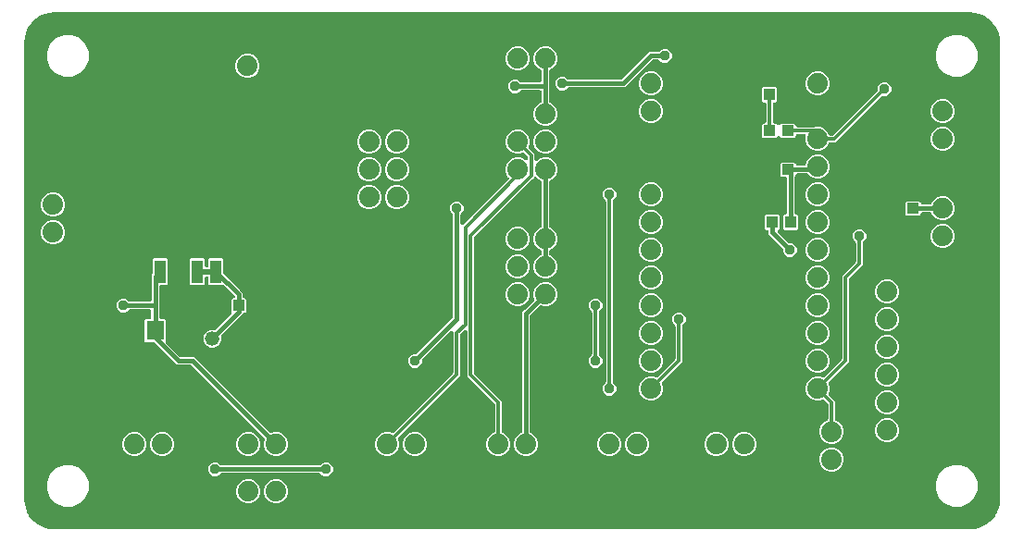
<source format=gbr>
G04 EAGLE Gerber RS-274X export*
G75*
%MOMM*%
%FSLAX34Y34*%
%LPD*%
%INBottom Copper*%
%IPPOS*%
%AMOC8*
5,1,8,0,0,1.08239X$1,22.5*%
G01*
%ADD10C,1.879600*%
%ADD11R,10.800000X10.410000*%
%ADD12R,1.066800X2.159000*%
%ADD13R,1.600000X1.800000*%
%ADD14R,1.100000X1.000000*%
%ADD15P,1.429621X8X202.500000*%
%ADD16C,1.320800*%
%ADD17R,1.000000X1.100000*%
%ADD18C,0.956400*%
%ADD19C,1.500000*%
%ADD20C,0.406400*%
%ADD21C,0.304800*%
%ADD22C,0.508000*%

G36*
X863639Y-1519D02*
X863639Y-1519D01*
X863709Y-1519D01*
X867323Y-1261D01*
X867360Y-1254D01*
X867539Y-1230D01*
X871080Y-460D01*
X871115Y-448D01*
X871288Y-398D01*
X874684Y868D01*
X874717Y885D01*
X874882Y958D01*
X878062Y2695D01*
X878093Y2717D01*
X878245Y2813D01*
X881146Y4985D01*
X881174Y5010D01*
X881311Y5127D01*
X883873Y7689D01*
X883896Y7719D01*
X884015Y7854D01*
X886187Y10755D01*
X886206Y10787D01*
X886305Y10938D01*
X888042Y14118D01*
X888056Y14153D01*
X888132Y14316D01*
X889398Y17712D01*
X889407Y17748D01*
X889460Y17920D01*
X890230Y21461D01*
X890234Y21498D01*
X890261Y21677D01*
X890519Y25291D01*
X890518Y25331D01*
X890523Y25400D01*
X890523Y444500D01*
X890519Y444539D01*
X890519Y444609D01*
X890261Y448223D01*
X890254Y448260D01*
X890230Y448439D01*
X889460Y451980D01*
X889448Y452015D01*
X889398Y452188D01*
X888132Y455584D01*
X888115Y455617D01*
X888042Y455782D01*
X886305Y458962D01*
X886283Y458993D01*
X886187Y459145D01*
X884015Y462046D01*
X883990Y462074D01*
X883873Y462211D01*
X881311Y464773D01*
X881281Y464796D01*
X881146Y464915D01*
X878245Y467087D01*
X878213Y467106D01*
X878062Y467205D01*
X874882Y468942D01*
X874847Y468956D01*
X874684Y469032D01*
X871288Y470298D01*
X871252Y470307D01*
X871080Y470360D01*
X867539Y471130D01*
X867502Y471134D01*
X867323Y471161D01*
X863709Y471419D01*
X863669Y471418D01*
X863600Y471423D01*
X25400Y471423D01*
X25361Y471419D01*
X25291Y471419D01*
X21677Y471161D01*
X21640Y471154D01*
X21461Y471130D01*
X17920Y470360D01*
X17885Y470348D01*
X17712Y470298D01*
X14316Y469032D01*
X14283Y469015D01*
X14118Y468942D01*
X10938Y467205D01*
X10907Y467183D01*
X10755Y467087D01*
X7854Y464915D01*
X7826Y464890D01*
X7689Y464773D01*
X5127Y462211D01*
X5104Y462181D01*
X4985Y462046D01*
X2813Y459145D01*
X2794Y459113D01*
X2695Y458962D01*
X958Y455782D01*
X944Y455747D01*
X868Y455584D01*
X-398Y452188D01*
X-407Y452152D01*
X-460Y451980D01*
X-1230Y448439D01*
X-1234Y448402D01*
X-1261Y448223D01*
X-1519Y444609D01*
X-1518Y444569D01*
X-1523Y444500D01*
X-1523Y25400D01*
X-1519Y25361D01*
X-1519Y25291D01*
X-1261Y21677D01*
X-1254Y21640D01*
X-1230Y21461D01*
X-460Y17920D01*
X-452Y17897D01*
X-449Y17882D01*
X-440Y17859D01*
X-398Y17712D01*
X868Y14316D01*
X885Y14283D01*
X958Y14118D01*
X2695Y10938D01*
X2717Y10907D01*
X2813Y10755D01*
X4985Y7854D01*
X5010Y7826D01*
X5127Y7689D01*
X7689Y5127D01*
X7719Y5104D01*
X7854Y4985D01*
X10755Y2813D01*
X10787Y2794D01*
X10938Y2695D01*
X14118Y958D01*
X14153Y944D01*
X14316Y868D01*
X17712Y-398D01*
X17748Y-407D01*
X17920Y-460D01*
X21461Y-1230D01*
X21498Y-1234D01*
X21677Y-1261D01*
X25291Y-1519D01*
X25331Y-1518D01*
X25400Y-1523D01*
X863600Y-1523D01*
X863639Y-1519D01*
G37*
%LPC*%
G36*
X328027Y65277D02*
X328027Y65277D01*
X324013Y66940D01*
X320940Y70013D01*
X319277Y74027D01*
X319277Y78373D01*
X320940Y82387D01*
X324013Y85460D01*
X328027Y87123D01*
X332373Y87123D01*
X334571Y86212D01*
X334645Y86191D01*
X334715Y86161D01*
X334811Y86144D01*
X334906Y86117D01*
X334982Y86113D01*
X335058Y86099D01*
X335156Y86104D01*
X335254Y86100D01*
X335329Y86113D01*
X335406Y86117D01*
X335500Y86144D01*
X335597Y86162D01*
X335667Y86193D01*
X335740Y86214D01*
X335826Y86262D01*
X335917Y86301D01*
X335978Y86347D01*
X336045Y86384D01*
X336158Y86481D01*
X336196Y86509D01*
X336209Y86524D01*
X336231Y86542D01*
X390205Y140517D01*
X390284Y140616D01*
X390368Y140710D01*
X390392Y140752D01*
X390422Y140790D01*
X390476Y140904D01*
X390537Y141015D01*
X390550Y141061D01*
X390571Y141105D01*
X390597Y141228D01*
X390632Y141350D01*
X390637Y141411D01*
X390644Y141446D01*
X390643Y141494D01*
X390651Y141594D01*
X390651Y178744D01*
X390640Y178844D01*
X390638Y178944D01*
X390620Y179016D01*
X390611Y179090D01*
X390578Y179185D01*
X390553Y179282D01*
X390519Y179348D01*
X390494Y179418D01*
X390439Y179503D01*
X390393Y179592D01*
X390345Y179649D01*
X390305Y179711D01*
X390233Y179781D01*
X390168Y179857D01*
X390108Y179901D01*
X390054Y179953D01*
X389968Y180005D01*
X389887Y180064D01*
X389819Y180094D01*
X389755Y180132D01*
X389659Y180163D01*
X389567Y180202D01*
X389494Y180216D01*
X389423Y180238D01*
X389323Y180246D01*
X389224Y180264D01*
X389150Y180260D01*
X389076Y180266D01*
X388976Y180251D01*
X388876Y180246D01*
X388805Y180226D01*
X388731Y180215D01*
X388638Y180177D01*
X388541Y180150D01*
X388476Y180113D01*
X388407Y180086D01*
X388325Y180029D01*
X388237Y179979D01*
X388161Y179914D01*
X388121Y179887D01*
X388097Y179860D01*
X388051Y179821D01*
X362353Y154123D01*
X362274Y154024D01*
X362190Y153930D01*
X362166Y153888D01*
X362136Y153850D01*
X362082Y153736D01*
X362021Y153625D01*
X362008Y153578D01*
X361987Y153535D01*
X361961Y153411D01*
X361926Y153290D01*
X361921Y153229D01*
X361914Y153194D01*
X361915Y153146D01*
X361907Y153046D01*
X361907Y151146D01*
X360947Y148827D01*
X359173Y147053D01*
X356854Y146093D01*
X354346Y146093D01*
X352027Y147053D01*
X350253Y148827D01*
X349293Y151146D01*
X349293Y153654D01*
X350253Y155973D01*
X352027Y157747D01*
X354346Y158707D01*
X356246Y158707D01*
X356371Y158721D01*
X356498Y158728D01*
X356544Y158741D01*
X356592Y158747D01*
X356711Y158789D01*
X356832Y158824D01*
X356875Y158848D01*
X356920Y158864D01*
X357026Y158933D01*
X357137Y158994D01*
X357183Y159034D01*
X357213Y159053D01*
X357246Y159088D01*
X357323Y159153D01*
X389697Y191527D01*
X389776Y191626D01*
X389860Y191720D01*
X389884Y191762D01*
X389914Y191800D01*
X389968Y191914D01*
X390029Y192025D01*
X390042Y192072D01*
X390063Y192115D01*
X390089Y192239D01*
X390124Y192360D01*
X390129Y192421D01*
X390136Y192456D01*
X390135Y192504D01*
X390143Y192604D01*
X390143Y286107D01*
X390129Y286232D01*
X390122Y286359D01*
X390109Y286405D01*
X390103Y286453D01*
X390061Y286572D01*
X390026Y286693D01*
X390002Y286736D01*
X389986Y286781D01*
X389917Y286887D01*
X389856Y286998D01*
X389816Y287044D01*
X389797Y287074D01*
X389762Y287107D01*
X389697Y287184D01*
X388353Y288527D01*
X387393Y290846D01*
X387393Y293354D01*
X388353Y295673D01*
X390127Y297447D01*
X392446Y298407D01*
X394954Y298407D01*
X397273Y297447D01*
X399047Y295673D01*
X400007Y293354D01*
X400007Y290846D01*
X399047Y288527D01*
X397703Y287184D01*
X397624Y287085D01*
X397540Y286991D01*
X397516Y286949D01*
X397486Y286911D01*
X397432Y286797D01*
X397371Y286686D01*
X397358Y286639D01*
X397337Y286596D01*
X397311Y286472D01*
X397276Y286350D01*
X397271Y286290D01*
X397264Y286255D01*
X397265Y286207D01*
X397257Y286107D01*
X397257Y278246D01*
X397268Y278146D01*
X397270Y278046D01*
X397288Y277973D01*
X397297Y277900D01*
X397330Y277805D01*
X397355Y277708D01*
X397389Y277641D01*
X397414Y277571D01*
X397469Y277487D01*
X397515Y277398D01*
X397563Y277341D01*
X397603Y277279D01*
X397675Y277209D01*
X397740Y277132D01*
X397800Y277088D01*
X397854Y277036D01*
X397940Y276985D01*
X398021Y276925D01*
X398089Y276896D01*
X398153Y276858D01*
X398249Y276827D01*
X398341Y276787D01*
X398414Y276774D01*
X398485Y276751D01*
X398585Y276743D01*
X398684Y276726D01*
X398758Y276729D01*
X398832Y276723D01*
X398932Y276738D01*
X399032Y276743D01*
X399103Y276764D01*
X399177Y276775D01*
X399270Y276812D01*
X399367Y276840D01*
X399432Y276876D01*
X399501Y276904D01*
X399583Y276961D01*
X399671Y277010D01*
X399747Y277075D01*
X399787Y277103D01*
X399811Y277129D01*
X399857Y277169D01*
X441164Y318475D01*
X441180Y318496D01*
X441200Y318513D01*
X441288Y318632D01*
X441380Y318748D01*
X441391Y318772D01*
X441407Y318793D01*
X441466Y318929D01*
X441529Y319063D01*
X441535Y319089D01*
X441545Y319113D01*
X441571Y319259D01*
X441602Y319404D01*
X441602Y319430D01*
X441607Y319456D01*
X441599Y319605D01*
X441597Y319752D01*
X441590Y319778D01*
X441589Y319804D01*
X441548Y319946D01*
X441512Y320090D01*
X441499Y320114D01*
X441492Y320139D01*
X441420Y320268D01*
X441352Y320400D01*
X441335Y320420D01*
X441322Y320443D01*
X441164Y320629D01*
X440320Y321473D01*
X438657Y325487D01*
X438657Y329833D01*
X440320Y333847D01*
X443393Y336920D01*
X447407Y338583D01*
X451753Y338583D01*
X455767Y336920D01*
X456377Y336310D01*
X456456Y336248D01*
X456528Y336178D01*
X456592Y336140D01*
X456650Y336094D01*
X456741Y336051D01*
X456827Y335999D01*
X456898Y335976D01*
X456965Y335945D01*
X457063Y335923D01*
X457159Y335893D01*
X457233Y335887D01*
X457306Y335871D01*
X457406Y335873D01*
X457506Y335865D01*
X457580Y335876D01*
X457654Y335877D01*
X457751Y335902D01*
X457851Y335917D01*
X457920Y335944D01*
X457992Y335962D01*
X458081Y336008D01*
X458175Y336045D01*
X458236Y336088D01*
X458302Y336122D01*
X458379Y336187D01*
X458461Y336244D01*
X458511Y336299D01*
X458567Y336348D01*
X458627Y336428D01*
X458694Y336503D01*
X458730Y336568D01*
X458775Y336628D01*
X458814Y336720D01*
X458863Y336808D01*
X458883Y336880D01*
X458913Y336948D01*
X458930Y337047D01*
X458958Y337143D01*
X458966Y337243D01*
X458974Y337291D01*
X458972Y337327D01*
X458977Y337387D01*
X458977Y338720D01*
X458963Y338846D01*
X458956Y338972D01*
X458943Y339018D01*
X458937Y339066D01*
X458895Y339185D01*
X458860Y339307D01*
X458836Y339349D01*
X458820Y339395D01*
X458751Y339501D01*
X458690Y339611D01*
X458650Y339657D01*
X458631Y339687D01*
X458596Y339721D01*
X458531Y339797D01*
X455611Y342718D01*
X455551Y342765D01*
X455498Y342820D01*
X455415Y342873D01*
X455338Y342934D01*
X455269Y342967D01*
X455204Y343008D01*
X455112Y343041D01*
X455023Y343083D01*
X454948Y343099D01*
X454876Y343125D01*
X454778Y343136D01*
X454682Y343156D01*
X454606Y343155D01*
X454530Y343164D01*
X454432Y343152D01*
X454334Y343151D01*
X454259Y343132D01*
X454184Y343123D01*
X454041Y343077D01*
X453996Y343066D01*
X453979Y343057D01*
X453951Y343048D01*
X451753Y342137D01*
X447407Y342137D01*
X443393Y343800D01*
X440320Y346873D01*
X438657Y350887D01*
X438657Y355233D01*
X440320Y359247D01*
X443393Y362320D01*
X447407Y363983D01*
X451753Y363983D01*
X455767Y362320D01*
X458840Y359247D01*
X460503Y355233D01*
X460503Y350887D01*
X459592Y348689D01*
X459571Y348615D01*
X459541Y348545D01*
X459524Y348449D01*
X459497Y348354D01*
X459493Y348278D01*
X459479Y348202D01*
X459484Y348104D01*
X459480Y348006D01*
X459493Y347931D01*
X459497Y347854D01*
X459524Y347760D01*
X459542Y347663D01*
X459573Y347593D01*
X459594Y347520D01*
X459642Y347434D01*
X459681Y347343D01*
X459727Y347282D01*
X459764Y347215D01*
X459861Y347102D01*
X459889Y347064D01*
X459904Y347051D01*
X459922Y347029D01*
X462843Y344109D01*
X465075Y341877D01*
X465075Y336879D01*
X465086Y336779D01*
X465088Y336679D01*
X465106Y336607D01*
X465115Y336533D01*
X465148Y336439D01*
X465173Y336341D01*
X465207Y336275D01*
X465232Y336205D01*
X465287Y336121D01*
X465333Y336031D01*
X465381Y335975D01*
X465421Y335912D01*
X465493Y335842D01*
X465558Y335766D01*
X465618Y335722D01*
X465672Y335670D01*
X465758Y335618D01*
X465839Y335559D01*
X465907Y335529D01*
X465971Y335491D01*
X466067Y335460D01*
X466159Y335421D01*
X466232Y335408D01*
X466303Y335385D01*
X466403Y335377D01*
X466502Y335359D01*
X466576Y335363D01*
X466650Y335357D01*
X466750Y335372D01*
X466850Y335377D01*
X466921Y335398D01*
X466995Y335409D01*
X467088Y335446D01*
X467185Y335473D01*
X467250Y335510D01*
X467319Y335537D01*
X467401Y335595D01*
X467489Y335644D01*
X467565Y335709D01*
X467605Y335736D01*
X467629Y335763D01*
X467675Y335802D01*
X468793Y336920D01*
X472807Y338583D01*
X477153Y338583D01*
X481167Y336920D01*
X484240Y333847D01*
X485903Y329833D01*
X485903Y325487D01*
X484240Y321473D01*
X481167Y318400D01*
X479477Y317700D01*
X479410Y317663D01*
X479339Y317635D01*
X479258Y317579D01*
X479172Y317531D01*
X479116Y317479D01*
X479053Y317436D01*
X478987Y317363D01*
X478914Y317297D01*
X478871Y317234D01*
X478820Y317177D01*
X478772Y317091D01*
X478716Y317010D01*
X478688Y316939D01*
X478651Y316872D01*
X478624Y316777D01*
X478588Y316686D01*
X478577Y316610D01*
X478556Y316537D01*
X478544Y316388D01*
X478537Y316341D01*
X478539Y316322D01*
X478537Y316293D01*
X478537Y275527D01*
X478545Y275451D01*
X478544Y275375D01*
X478565Y275279D01*
X478577Y275181D01*
X478602Y275109D01*
X478619Y275034D01*
X478661Y274946D01*
X478694Y274853D01*
X478736Y274789D01*
X478768Y274720D01*
X478830Y274643D01*
X478883Y274560D01*
X478938Y274507D01*
X478986Y274447D01*
X479063Y274386D01*
X479134Y274318D01*
X479199Y274279D01*
X479259Y274231D01*
X479392Y274163D01*
X479433Y274139D01*
X479451Y274133D01*
X479477Y274120D01*
X481167Y273420D01*
X484240Y270347D01*
X485903Y266333D01*
X485903Y261987D01*
X484240Y257973D01*
X481167Y254900D01*
X479477Y254200D01*
X479410Y254163D01*
X479339Y254135D01*
X479258Y254079D01*
X479172Y254031D01*
X479116Y253979D01*
X479053Y253936D01*
X478987Y253863D01*
X478914Y253797D01*
X478871Y253734D01*
X478820Y253677D01*
X478772Y253591D01*
X478716Y253510D01*
X478688Y253439D01*
X478651Y253372D01*
X478624Y253277D01*
X478588Y253186D01*
X478577Y253110D01*
X478556Y253037D01*
X478544Y252888D01*
X478537Y252841D01*
X478539Y252822D01*
X478537Y252793D01*
X478537Y250127D01*
X478545Y250051D01*
X478544Y249975D01*
X478565Y249879D01*
X478577Y249781D01*
X478602Y249709D01*
X478619Y249634D01*
X478661Y249546D01*
X478694Y249453D01*
X478736Y249389D01*
X478768Y249320D01*
X478830Y249243D01*
X478883Y249160D01*
X478938Y249107D01*
X478986Y249047D01*
X479063Y248986D01*
X479134Y248918D01*
X479199Y248879D01*
X479259Y248831D01*
X479392Y248763D01*
X479433Y248739D01*
X479451Y248733D01*
X479477Y248720D01*
X481167Y248020D01*
X484240Y244947D01*
X485903Y240933D01*
X485903Y236587D01*
X484240Y232573D01*
X481167Y229500D01*
X477153Y227837D01*
X472807Y227837D01*
X468793Y229500D01*
X465720Y232573D01*
X464057Y236587D01*
X464057Y240933D01*
X465720Y244947D01*
X468793Y248020D01*
X470483Y248720D01*
X470550Y248757D01*
X470621Y248785D01*
X470702Y248841D01*
X470788Y248889D01*
X470844Y248941D01*
X470907Y248984D01*
X470973Y249057D01*
X471046Y249123D01*
X471089Y249186D01*
X471140Y249243D01*
X471188Y249329D01*
X471244Y249410D01*
X471272Y249481D01*
X471309Y249548D01*
X471336Y249643D01*
X471372Y249734D01*
X471383Y249810D01*
X471404Y249883D01*
X471416Y250032D01*
X471423Y250079D01*
X471421Y250098D01*
X471423Y250127D01*
X471423Y252793D01*
X471415Y252869D01*
X471416Y252945D01*
X471395Y253041D01*
X471383Y253139D01*
X471358Y253211D01*
X471341Y253286D01*
X471299Y253374D01*
X471266Y253467D01*
X471224Y253531D01*
X471192Y253600D01*
X471130Y253677D01*
X471077Y253760D01*
X471022Y253813D01*
X470974Y253873D01*
X470897Y253934D01*
X470826Y254002D01*
X470761Y254041D01*
X470701Y254089D01*
X470568Y254157D01*
X470527Y254181D01*
X470509Y254187D01*
X470483Y254200D01*
X468793Y254900D01*
X465720Y257973D01*
X464057Y261987D01*
X464057Y266333D01*
X465720Y270347D01*
X468793Y273420D01*
X470483Y274120D01*
X470550Y274157D01*
X470621Y274185D01*
X470702Y274241D01*
X470788Y274289D01*
X470844Y274341D01*
X470907Y274384D01*
X470973Y274457D01*
X471046Y274523D01*
X471089Y274586D01*
X471140Y274643D01*
X471188Y274729D01*
X471244Y274810D01*
X471272Y274881D01*
X471309Y274948D01*
X471336Y275043D01*
X471372Y275134D01*
X471383Y275210D01*
X471404Y275283D01*
X471416Y275432D01*
X471423Y275479D01*
X471421Y275498D01*
X471423Y275527D01*
X471423Y316293D01*
X471415Y316369D01*
X471416Y316445D01*
X471395Y316541D01*
X471383Y316639D01*
X471358Y316711D01*
X471341Y316786D01*
X471299Y316874D01*
X471266Y316967D01*
X471224Y317031D01*
X471192Y317100D01*
X471130Y317177D01*
X471077Y317260D01*
X471022Y317313D01*
X470974Y317373D01*
X470897Y317434D01*
X470826Y317502D01*
X470761Y317541D01*
X470701Y317589D01*
X470568Y317657D01*
X470527Y317681D01*
X470509Y317687D01*
X470483Y317700D01*
X468793Y318400D01*
X466679Y320514D01*
X466659Y320530D01*
X466642Y320550D01*
X466522Y320638D01*
X466406Y320730D01*
X466383Y320741D01*
X466362Y320757D01*
X466225Y320816D01*
X466091Y320879D01*
X466066Y320885D01*
X466041Y320895D01*
X465895Y320921D01*
X465751Y320952D01*
X465724Y320952D01*
X465698Y320957D01*
X465550Y320949D01*
X465402Y320947D01*
X465377Y320940D01*
X465350Y320939D01*
X465208Y320898D01*
X465064Y320862D01*
X465041Y320850D01*
X465016Y320842D01*
X464886Y320770D01*
X464754Y320702D01*
X464734Y320685D01*
X464711Y320672D01*
X464525Y320514D01*
X462843Y318831D01*
X409895Y265883D01*
X409816Y265784D01*
X409732Y265690D01*
X409708Y265648D01*
X409678Y265610D01*
X409624Y265496D01*
X409563Y265385D01*
X409550Y265339D01*
X409529Y265295D01*
X409503Y265172D01*
X409468Y265050D01*
X409463Y264989D01*
X409456Y264954D01*
X409457Y264906D01*
X409449Y264806D01*
X409449Y141594D01*
X409463Y141468D01*
X409470Y141342D01*
X409483Y141296D01*
X409489Y141248D01*
X409531Y141129D01*
X409566Y141007D01*
X409590Y140965D01*
X409606Y140919D01*
X409675Y140813D01*
X409736Y140703D01*
X409776Y140657D01*
X409795Y140627D01*
X409830Y140593D01*
X409895Y140517D01*
X434849Y115563D01*
X434849Y87778D01*
X434857Y87702D01*
X434856Y87625D01*
X434877Y87529D01*
X434889Y87431D01*
X434914Y87359D01*
X434931Y87285D01*
X434973Y87196D01*
X435006Y87103D01*
X435048Y87039D01*
X435080Y86970D01*
X435142Y86893D01*
X435195Y86811D01*
X435250Y86757D01*
X435298Y86698D01*
X435375Y86637D01*
X435446Y86568D01*
X435511Y86529D01*
X435571Y86482D01*
X435704Y86414D01*
X435745Y86389D01*
X435763Y86384D01*
X435789Y86370D01*
X437987Y85460D01*
X441060Y82387D01*
X442723Y78373D01*
X442723Y74027D01*
X441060Y70013D01*
X437987Y66940D01*
X433973Y65277D01*
X429627Y65277D01*
X425613Y66940D01*
X422540Y70013D01*
X420877Y74027D01*
X420877Y78373D01*
X422540Y82387D01*
X425613Y85460D01*
X427811Y86370D01*
X427878Y86407D01*
X427949Y86436D01*
X428030Y86492D01*
X428116Y86540D01*
X428172Y86591D01*
X428235Y86635D01*
X428301Y86708D01*
X428374Y86774D01*
X428417Y86837D01*
X428468Y86893D01*
X428516Y86980D01*
X428572Y87060D01*
X428600Y87131D01*
X428637Y87198D01*
X428664Y87293D01*
X428700Y87385D01*
X428711Y87460D01*
X428732Y87534D01*
X428744Y87683D01*
X428751Y87729D01*
X428749Y87749D01*
X428751Y87778D01*
X428751Y112406D01*
X428737Y112532D01*
X428730Y112658D01*
X428717Y112704D01*
X428711Y112752D01*
X428669Y112871D01*
X428634Y112993D01*
X428610Y113035D01*
X428594Y113081D01*
X428525Y113187D01*
X428464Y113297D01*
X428424Y113343D01*
X428405Y113373D01*
X428370Y113407D01*
X428305Y113483D01*
X403351Y138437D01*
X403351Y179462D01*
X403340Y179562D01*
X403338Y179662D01*
X403320Y179735D01*
X403311Y179808D01*
X403278Y179903D01*
X403253Y180000D01*
X403219Y180067D01*
X403194Y180137D01*
X403139Y180221D01*
X403093Y180310D01*
X403045Y180367D01*
X403005Y180429D01*
X402933Y180499D01*
X402868Y180576D01*
X402808Y180620D01*
X402754Y180672D01*
X402668Y180723D01*
X402587Y180783D01*
X402519Y180812D01*
X402455Y180850D01*
X402359Y180881D01*
X402267Y180921D01*
X402194Y180934D01*
X402123Y180957D01*
X402023Y180965D01*
X401924Y180982D01*
X401850Y180979D01*
X401776Y180985D01*
X401676Y180970D01*
X401576Y180965D01*
X401505Y180944D01*
X401431Y180933D01*
X401338Y180896D01*
X401241Y180868D01*
X401176Y180832D01*
X401107Y180804D01*
X401025Y180747D01*
X400937Y180698D01*
X400861Y180633D01*
X400821Y180605D01*
X400797Y180579D01*
X400751Y180539D01*
X397195Y176983D01*
X397116Y176884D01*
X397032Y176790D01*
X397008Y176748D01*
X396978Y176710D01*
X396924Y176596D01*
X396863Y176485D01*
X396850Y176439D01*
X396829Y176395D01*
X396803Y176272D01*
X396768Y176150D01*
X396763Y176089D01*
X396756Y176054D01*
X396757Y176006D01*
X396749Y175906D01*
X396749Y138437D01*
X340542Y82231D01*
X340495Y82171D01*
X340440Y82118D01*
X340387Y82035D01*
X340326Y81958D01*
X340293Y81889D01*
X340252Y81824D01*
X340219Y81732D01*
X340177Y81643D01*
X340161Y81568D01*
X340135Y81496D01*
X340124Y81398D01*
X340104Y81302D01*
X340105Y81226D01*
X340096Y81150D01*
X340108Y81052D01*
X340109Y80954D01*
X340128Y80879D01*
X340137Y80804D01*
X340183Y80661D01*
X340194Y80616D01*
X340203Y80599D01*
X340212Y80571D01*
X341123Y78373D01*
X341123Y74027D01*
X339460Y70013D01*
X336387Y66940D01*
X332373Y65277D01*
X328027Y65277D01*
G37*
%LPD*%
%LPC*%
G36*
X226427Y65277D02*
X226427Y65277D01*
X222413Y66940D01*
X219340Y70013D01*
X217677Y74027D01*
X217677Y78373D01*
X218377Y80063D01*
X218398Y80136D01*
X218429Y80207D01*
X218446Y80303D01*
X218473Y80398D01*
X218477Y80474D01*
X218490Y80550D01*
X218485Y80648D01*
X218490Y80746D01*
X218476Y80821D01*
X218472Y80898D01*
X218445Y80992D01*
X218427Y81089D01*
X218397Y81159D01*
X218376Y81232D01*
X218328Y81318D01*
X218289Y81409D01*
X218243Y81470D01*
X218206Y81537D01*
X218109Y81650D01*
X218081Y81688D01*
X218066Y81701D01*
X218047Y81723D01*
X151373Y148397D01*
X151274Y148476D01*
X151180Y148560D01*
X151138Y148584D01*
X151100Y148614D01*
X150986Y148668D01*
X150875Y148729D01*
X150828Y148742D01*
X150785Y148763D01*
X150661Y148789D01*
X150540Y148824D01*
X150479Y148829D01*
X150444Y148836D01*
X150396Y148835D01*
X150296Y148843D01*
X138227Y148843D01*
X117701Y169369D01*
X117602Y169448D01*
X117508Y169532D01*
X117466Y169556D01*
X117428Y169586D01*
X117314Y169640D01*
X117203Y169701D01*
X117156Y169714D01*
X117113Y169735D01*
X116989Y169761D01*
X116868Y169796D01*
X116807Y169801D01*
X116772Y169808D01*
X116724Y169807D01*
X116624Y169815D01*
X109508Y169815D01*
X108615Y170708D01*
X108615Y189972D01*
X109508Y190865D01*
X113060Y190865D01*
X113086Y190868D01*
X113112Y190866D01*
X113259Y190888D01*
X113406Y190905D01*
X113431Y190913D01*
X113457Y190917D01*
X113595Y190972D01*
X113734Y191022D01*
X113756Y191036D01*
X113781Y191046D01*
X113902Y191131D01*
X114027Y191211D01*
X114045Y191230D01*
X114067Y191245D01*
X114166Y191355D01*
X114269Y191462D01*
X114283Y191484D01*
X114300Y191504D01*
X114372Y191634D01*
X114448Y191761D01*
X114456Y191786D01*
X114469Y191809D01*
X114509Y191952D01*
X114554Y192093D01*
X114556Y192119D01*
X114564Y192144D01*
X114583Y192388D01*
X114583Y198120D01*
X114580Y198146D01*
X114582Y198172D01*
X114560Y198319D01*
X114543Y198466D01*
X114535Y198491D01*
X114531Y198517D01*
X114476Y198655D01*
X114426Y198794D01*
X114412Y198816D01*
X114402Y198841D01*
X114317Y198962D01*
X114237Y199087D01*
X114218Y199105D01*
X114203Y199127D01*
X114093Y199226D01*
X113986Y199329D01*
X113964Y199343D01*
X113944Y199360D01*
X113814Y199432D01*
X113687Y199508D01*
X113662Y199516D01*
X113639Y199529D01*
X113496Y199569D01*
X113355Y199614D01*
X113329Y199616D01*
X113304Y199624D01*
X113060Y199643D01*
X94893Y199643D01*
X94768Y199629D01*
X94641Y199622D01*
X94595Y199609D01*
X94547Y199603D01*
X94428Y199561D01*
X94307Y199526D01*
X94264Y199502D01*
X94219Y199486D01*
X94113Y199417D01*
X94002Y199356D01*
X93956Y199316D01*
X93926Y199297D01*
X93893Y199262D01*
X93816Y199197D01*
X92473Y197853D01*
X90154Y196893D01*
X87646Y196893D01*
X85327Y197853D01*
X83553Y199627D01*
X82593Y201946D01*
X82593Y204454D01*
X83553Y206773D01*
X85327Y208547D01*
X87646Y209507D01*
X90154Y209507D01*
X92473Y208547D01*
X93816Y207203D01*
X93915Y207124D01*
X94009Y207040D01*
X94051Y207016D01*
X94089Y206986D01*
X94203Y206932D01*
X94314Y206871D01*
X94361Y206858D01*
X94404Y206837D01*
X94528Y206811D01*
X94650Y206776D01*
X94710Y206771D01*
X94745Y206764D01*
X94793Y206765D01*
X94893Y206757D01*
X113420Y206757D01*
X113446Y206760D01*
X113472Y206758D01*
X113619Y206780D01*
X113766Y206797D01*
X113791Y206805D01*
X113817Y206809D01*
X113955Y206864D01*
X114094Y206914D01*
X114116Y206928D01*
X114141Y206938D01*
X114262Y207023D01*
X114387Y207103D01*
X114405Y207122D01*
X114427Y207137D01*
X114526Y207247D01*
X114629Y207354D01*
X114643Y207376D01*
X114660Y207396D01*
X114732Y207526D01*
X114808Y207653D01*
X114816Y207678D01*
X114829Y207701D01*
X114869Y207844D01*
X114914Y207985D01*
X114916Y208011D01*
X114924Y208036D01*
X114943Y208280D01*
X114943Y231479D01*
X115377Y231913D01*
X115456Y232012D01*
X115540Y232106D01*
X115564Y232148D01*
X115594Y232186D01*
X115648Y232300D01*
X115709Y232411D01*
X115722Y232458D01*
X115743Y232501D01*
X115769Y232625D01*
X115804Y232746D01*
X115809Y232807D01*
X115816Y232842D01*
X115815Y232890D01*
X115823Y232990D01*
X115823Y245615D01*
X116716Y246508D01*
X128648Y246508D01*
X129541Y245615D01*
X129541Y222761D01*
X128648Y221868D01*
X123580Y221868D01*
X123554Y221865D01*
X123528Y221867D01*
X123381Y221845D01*
X123234Y221828D01*
X123209Y221820D01*
X123183Y221816D01*
X123045Y221761D01*
X122906Y221711D01*
X122884Y221697D01*
X122859Y221687D01*
X122738Y221602D01*
X122613Y221522D01*
X122595Y221503D01*
X122573Y221488D01*
X122474Y221378D01*
X122371Y221271D01*
X122357Y221249D01*
X122340Y221229D01*
X122268Y221099D01*
X122192Y220972D01*
X122184Y220947D01*
X122171Y220924D01*
X122131Y220781D01*
X122086Y220640D01*
X122084Y220614D01*
X122076Y220589D01*
X122057Y220345D01*
X122057Y201705D01*
X121980Y201620D01*
X121956Y201578D01*
X121926Y201540D01*
X121872Y201426D01*
X121811Y201315D01*
X121798Y201268D01*
X121777Y201225D01*
X121751Y201101D01*
X121716Y200980D01*
X121711Y200919D01*
X121704Y200884D01*
X121705Y200836D01*
X121697Y200736D01*
X121697Y192388D01*
X121700Y192362D01*
X121698Y192336D01*
X121720Y192189D01*
X121737Y192042D01*
X121745Y192017D01*
X121749Y191991D01*
X121804Y191853D01*
X121854Y191714D01*
X121868Y191692D01*
X121878Y191667D01*
X121963Y191546D01*
X122043Y191421D01*
X122062Y191403D01*
X122077Y191381D01*
X122187Y191282D01*
X122294Y191179D01*
X122316Y191165D01*
X122336Y191148D01*
X122466Y191076D01*
X122593Y191000D01*
X122618Y190992D01*
X122641Y190979D01*
X122784Y190939D01*
X122925Y190894D01*
X122951Y190892D01*
X122976Y190884D01*
X123220Y190865D01*
X126772Y190865D01*
X127665Y189972D01*
X127665Y170096D01*
X127679Y169971D01*
X127686Y169844D01*
X127699Y169798D01*
X127705Y169750D01*
X127747Y169631D01*
X127782Y169510D01*
X127806Y169467D01*
X127822Y169422D01*
X127891Y169316D01*
X127952Y169205D01*
X127992Y169159D01*
X128011Y169129D01*
X128046Y169096D01*
X128111Y169019D01*
X140727Y156403D01*
X140826Y156324D01*
X140920Y156240D01*
X140962Y156216D01*
X141000Y156186D01*
X141114Y156132D01*
X141225Y156071D01*
X141272Y156058D01*
X141315Y156037D01*
X141439Y156011D01*
X141560Y155976D01*
X141621Y155971D01*
X141656Y155964D01*
X141704Y155965D01*
X141804Y155957D01*
X153873Y155957D01*
X223077Y86753D01*
X223137Y86705D01*
X223190Y86650D01*
X223273Y86597D01*
X223350Y86536D01*
X223419Y86504D01*
X223484Y86462D01*
X223576Y86429D01*
X223665Y86387D01*
X223740Y86371D01*
X223812Y86346D01*
X223910Y86335D01*
X224006Y86314D01*
X224082Y86315D01*
X224158Y86307D01*
X224256Y86318D01*
X224354Y86320D01*
X224429Y86339D01*
X224504Y86347D01*
X224646Y86393D01*
X224692Y86405D01*
X224709Y86414D01*
X224737Y86423D01*
X226427Y87123D01*
X230773Y87123D01*
X234787Y85460D01*
X237860Y82387D01*
X239523Y78373D01*
X239523Y74027D01*
X237860Y70013D01*
X234787Y66940D01*
X230773Y65277D01*
X226427Y65277D01*
G37*
%LPD*%
%LPC*%
G36*
X734427Y76707D02*
X734427Y76707D01*
X730413Y78370D01*
X727340Y81443D01*
X725677Y85457D01*
X725677Y89803D01*
X727340Y93817D01*
X730413Y96890D01*
X732611Y97800D01*
X732678Y97837D01*
X732749Y97866D01*
X732830Y97922D01*
X732916Y97970D01*
X732972Y98021D01*
X733035Y98065D01*
X733101Y98138D01*
X733174Y98204D01*
X733217Y98267D01*
X733268Y98323D01*
X733316Y98410D01*
X733372Y98490D01*
X733400Y98561D01*
X733437Y98628D01*
X733464Y98723D01*
X733500Y98815D01*
X733511Y98890D01*
X733532Y98964D01*
X733544Y99113D01*
X733551Y99159D01*
X733549Y99179D01*
X733551Y99208D01*
X733551Y112406D01*
X733537Y112532D01*
X733530Y112658D01*
X733517Y112704D01*
X733511Y112752D01*
X733469Y112871D01*
X733434Y112993D01*
X733410Y113035D01*
X733394Y113081D01*
X733325Y113187D01*
X733264Y113297D01*
X733224Y113343D01*
X733205Y113373D01*
X733170Y113407D01*
X733105Y113483D01*
X729931Y116658D01*
X729871Y116705D01*
X729818Y116760D01*
X729735Y116813D01*
X729658Y116874D01*
X729589Y116907D01*
X729524Y116948D01*
X729432Y116981D01*
X729343Y117023D01*
X729268Y117039D01*
X729196Y117065D01*
X729098Y117076D01*
X729002Y117096D01*
X728926Y117095D01*
X728850Y117104D01*
X728752Y117092D01*
X728654Y117091D01*
X728579Y117072D01*
X728504Y117063D01*
X728361Y117017D01*
X728316Y117006D01*
X728299Y116997D01*
X728271Y116988D01*
X726073Y116077D01*
X721727Y116077D01*
X717713Y117740D01*
X714640Y120813D01*
X712977Y124827D01*
X712977Y129173D01*
X714640Y133187D01*
X717713Y136260D01*
X721727Y137923D01*
X726073Y137923D01*
X728271Y137012D01*
X728345Y136991D01*
X728415Y136961D01*
X728511Y136944D01*
X728606Y136917D01*
X728682Y136913D01*
X728758Y136899D01*
X728856Y136904D01*
X728954Y136900D01*
X729029Y136913D01*
X729106Y136917D01*
X729200Y136944D01*
X729297Y136962D01*
X729367Y136993D01*
X729440Y137014D01*
X729526Y137062D01*
X729617Y137101D01*
X729678Y137147D01*
X729745Y137184D01*
X729858Y137281D01*
X729896Y137309D01*
X729909Y137324D01*
X729931Y137342D01*
X745805Y153217D01*
X745884Y153316D01*
X745968Y153410D01*
X745992Y153452D01*
X746022Y153490D01*
X746076Y153604D01*
X746137Y153715D01*
X746150Y153761D01*
X746171Y153805D01*
X746197Y153928D01*
X746232Y154050D01*
X746237Y154111D01*
X746244Y154146D01*
X746243Y154194D01*
X746251Y154294D01*
X746251Y229863D01*
X758505Y242117D01*
X758584Y242216D01*
X758668Y242310D01*
X758692Y242352D01*
X758722Y242390D01*
X758776Y242504D01*
X758837Y242615D01*
X758850Y242661D01*
X758871Y242705D01*
X758897Y242828D01*
X758932Y242950D01*
X758937Y243011D01*
X758944Y243046D01*
X758943Y243094D01*
X758951Y243194D01*
X758951Y260199D01*
X758937Y260324D01*
X758930Y260451D01*
X758917Y260497D01*
X758911Y260545D01*
X758869Y260664D01*
X758834Y260785D01*
X758810Y260828D01*
X758794Y260873D01*
X758725Y260979D01*
X758664Y261090D01*
X758624Y261136D01*
X758605Y261166D01*
X758570Y261199D01*
X758505Y261276D01*
X756653Y263127D01*
X755693Y265446D01*
X755693Y267954D01*
X756653Y270273D01*
X758427Y272047D01*
X760746Y273007D01*
X763254Y273007D01*
X765573Y272047D01*
X767347Y270273D01*
X768307Y267954D01*
X768307Y265446D01*
X767347Y263127D01*
X765495Y261276D01*
X765416Y261177D01*
X765332Y261083D01*
X765308Y261041D01*
X765278Y261003D01*
X765224Y260889D01*
X765163Y260778D01*
X765150Y260731D01*
X765129Y260688D01*
X765103Y260564D01*
X765068Y260442D01*
X765063Y260382D01*
X765056Y260347D01*
X765057Y260299D01*
X765049Y260199D01*
X765049Y240037D01*
X752795Y227783D01*
X752716Y227684D01*
X752632Y227590D01*
X752608Y227548D01*
X752578Y227510D01*
X752524Y227396D01*
X752463Y227285D01*
X752450Y227239D01*
X752429Y227195D01*
X752403Y227072D01*
X752368Y226950D01*
X752363Y226889D01*
X752356Y226854D01*
X752357Y226806D01*
X752349Y226706D01*
X752349Y151137D01*
X750117Y148905D01*
X734242Y133031D01*
X734195Y132971D01*
X734140Y132918D01*
X734087Y132835D01*
X734026Y132758D01*
X733993Y132689D01*
X733952Y132624D01*
X733919Y132532D01*
X733877Y132443D01*
X733861Y132368D01*
X733835Y132296D01*
X733824Y132198D01*
X733804Y132102D01*
X733805Y132026D01*
X733796Y131950D01*
X733808Y131852D01*
X733809Y131754D01*
X733828Y131679D01*
X733837Y131604D01*
X733883Y131461D01*
X733894Y131416D01*
X733903Y131399D01*
X733912Y131371D01*
X734823Y129173D01*
X734823Y124827D01*
X733912Y122629D01*
X733891Y122555D01*
X733861Y122485D01*
X733844Y122389D01*
X733817Y122294D01*
X733813Y122218D01*
X733799Y122142D01*
X733804Y122044D01*
X733800Y121946D01*
X733813Y121871D01*
X733817Y121794D01*
X733844Y121700D01*
X733862Y121603D01*
X733893Y121533D01*
X733914Y121460D01*
X733962Y121374D01*
X734001Y121283D01*
X734047Y121222D01*
X734084Y121155D01*
X734181Y121042D01*
X734209Y121004D01*
X734224Y120991D01*
X734242Y120969D01*
X737417Y117795D01*
X739649Y115563D01*
X739649Y99208D01*
X739657Y99132D01*
X739656Y99055D01*
X739677Y98959D01*
X739689Y98861D01*
X739714Y98789D01*
X739731Y98715D01*
X739773Y98626D01*
X739806Y98533D01*
X739848Y98469D01*
X739880Y98400D01*
X739942Y98323D01*
X739995Y98241D01*
X740050Y98187D01*
X740098Y98128D01*
X740175Y98067D01*
X740246Y97998D01*
X740311Y97959D01*
X740371Y97912D01*
X740504Y97844D01*
X740545Y97819D01*
X740563Y97814D01*
X740589Y97800D01*
X742787Y96890D01*
X745860Y93817D01*
X747523Y89803D01*
X747523Y85457D01*
X745860Y81443D01*
X742787Y78370D01*
X738773Y76707D01*
X734427Y76707D01*
G37*
%LPD*%
%LPC*%
G36*
X721727Y344677D02*
X721727Y344677D01*
X717713Y346340D01*
X714640Y349413D01*
X712977Y353427D01*
X712977Y357773D01*
X713098Y358065D01*
X713140Y358210D01*
X713185Y358353D01*
X713187Y358377D01*
X713194Y358400D01*
X713201Y358550D01*
X713213Y358700D01*
X713210Y358724D01*
X713211Y358748D01*
X713184Y358896D01*
X713162Y359045D01*
X713153Y359067D01*
X713148Y359091D01*
X713089Y359229D01*
X713033Y359369D01*
X713019Y359389D01*
X713010Y359411D01*
X712920Y359532D01*
X712834Y359655D01*
X712816Y359671D01*
X712802Y359690D01*
X712687Y359788D01*
X712575Y359888D01*
X712554Y359900D01*
X712536Y359916D01*
X712402Y359984D01*
X712270Y360057D01*
X712247Y360063D01*
X712226Y360074D01*
X712080Y360111D01*
X711935Y360152D01*
X711906Y360154D01*
X711887Y360159D01*
X711840Y360159D01*
X711691Y360171D01*
X705388Y360171D01*
X705362Y360168D01*
X705336Y360170D01*
X705189Y360148D01*
X705042Y360131D01*
X705017Y360123D01*
X704991Y360119D01*
X704853Y360064D01*
X704714Y360014D01*
X704692Y360000D01*
X704667Y359990D01*
X704546Y359905D01*
X704421Y359825D01*
X704403Y359806D01*
X704381Y359791D01*
X704282Y359681D01*
X704179Y359574D01*
X704165Y359552D01*
X704148Y359532D01*
X704076Y359402D01*
X704000Y359275D01*
X703992Y359250D01*
X703979Y359227D01*
X703939Y359084D01*
X703894Y358943D01*
X703892Y358917D01*
X703884Y358892D01*
X703865Y358648D01*
X703865Y357588D01*
X702972Y356695D01*
X690708Y356695D01*
X689417Y357987D01*
X689397Y358003D01*
X689380Y358023D01*
X689260Y358111D01*
X689144Y358203D01*
X689120Y358214D01*
X689099Y358230D01*
X688963Y358289D01*
X688829Y358352D01*
X688803Y358358D01*
X688779Y358368D01*
X688633Y358394D01*
X688488Y358426D01*
X688462Y358425D01*
X688436Y358430D01*
X688288Y358422D01*
X688140Y358420D01*
X688114Y358413D01*
X688088Y358412D01*
X687946Y358371D01*
X687802Y358335D01*
X687779Y358323D01*
X687753Y358315D01*
X687624Y358243D01*
X687492Y358175D01*
X687472Y358158D01*
X687449Y358145D01*
X687263Y357987D01*
X685972Y356695D01*
X673708Y356695D01*
X672815Y357588D01*
X672815Y368852D01*
X673708Y369745D01*
X675268Y369745D01*
X675294Y369748D01*
X675320Y369746D01*
X675467Y369768D01*
X675614Y369785D01*
X675639Y369793D01*
X675665Y369797D01*
X675803Y369852D01*
X675942Y369902D01*
X675964Y369916D01*
X675989Y369926D01*
X676110Y370011D01*
X676235Y370091D01*
X676253Y370110D01*
X676275Y370125D01*
X676374Y370235D01*
X676477Y370342D01*
X676491Y370364D01*
X676508Y370384D01*
X676580Y370514D01*
X676656Y370641D01*
X676664Y370666D01*
X676677Y370689D01*
X676717Y370832D01*
X676762Y370973D01*
X676764Y370999D01*
X676772Y371024D01*
X676791Y371268D01*
X676791Y387692D01*
X676788Y387718D01*
X676790Y387744D01*
X676768Y387891D01*
X676751Y388038D01*
X676743Y388063D01*
X676739Y388089D01*
X676684Y388227D01*
X676634Y388366D01*
X676620Y388388D01*
X676610Y388413D01*
X676525Y388534D01*
X676445Y388659D01*
X676426Y388677D01*
X676411Y388699D01*
X676301Y388798D01*
X676194Y388901D01*
X676172Y388915D01*
X676152Y388932D01*
X676022Y389004D01*
X675895Y389080D01*
X675870Y389088D01*
X675847Y389101D01*
X675704Y389141D01*
X675563Y389186D01*
X675537Y389188D01*
X675512Y389196D01*
X675268Y389215D01*
X674208Y389215D01*
X673315Y390108D01*
X673315Y402372D01*
X674208Y403265D01*
X685472Y403265D01*
X686365Y402372D01*
X686365Y390108D01*
X685472Y389215D01*
X684412Y389215D01*
X684386Y389212D01*
X684360Y389214D01*
X684213Y389192D01*
X684066Y389175D01*
X684041Y389167D01*
X684015Y389163D01*
X683877Y389108D01*
X683738Y389058D01*
X683716Y389044D01*
X683691Y389034D01*
X683570Y388949D01*
X683445Y388869D01*
X683427Y388850D01*
X683405Y388835D01*
X683306Y388725D01*
X683203Y388618D01*
X683189Y388596D01*
X683172Y388576D01*
X683100Y388446D01*
X683024Y388319D01*
X683016Y388294D01*
X683003Y388271D01*
X682963Y388128D01*
X682918Y387987D01*
X682916Y387961D01*
X682908Y387936D01*
X682889Y387692D01*
X682889Y371268D01*
X682892Y371242D01*
X682890Y371216D01*
X682912Y371069D01*
X682929Y370922D01*
X682937Y370897D01*
X682941Y370871D01*
X682996Y370733D01*
X683046Y370594D01*
X683060Y370572D01*
X683070Y370547D01*
X683155Y370426D01*
X683235Y370301D01*
X683254Y370283D01*
X683269Y370261D01*
X683379Y370162D01*
X683486Y370059D01*
X683508Y370045D01*
X683528Y370028D01*
X683658Y369956D01*
X683785Y369880D01*
X683810Y369872D01*
X683833Y369859D01*
X683976Y369819D01*
X684117Y369774D01*
X684143Y369772D01*
X684168Y369764D01*
X684412Y369745D01*
X685972Y369745D01*
X687263Y368453D01*
X687283Y368437D01*
X687300Y368417D01*
X687420Y368329D01*
X687536Y368237D01*
X687560Y368226D01*
X687581Y368210D01*
X687717Y368151D01*
X687851Y368088D01*
X687877Y368082D01*
X687901Y368072D01*
X688047Y368046D01*
X688192Y368014D01*
X688218Y368015D01*
X688244Y368010D01*
X688392Y368018D01*
X688540Y368020D01*
X688566Y368027D01*
X688592Y368028D01*
X688734Y368069D01*
X688878Y368105D01*
X688901Y368117D01*
X688927Y368125D01*
X689056Y368197D01*
X689188Y368265D01*
X689208Y368282D01*
X689231Y368295D01*
X689417Y368453D01*
X690708Y369745D01*
X702972Y369745D01*
X703865Y368852D01*
X703865Y367792D01*
X703868Y367766D01*
X703866Y367740D01*
X703888Y367593D01*
X703905Y367446D01*
X703913Y367421D01*
X703917Y367395D01*
X703972Y367257D01*
X704022Y367118D01*
X704036Y367096D01*
X704046Y367071D01*
X704131Y366950D01*
X704211Y366825D01*
X704230Y366807D01*
X704245Y366785D01*
X704355Y366686D01*
X704462Y366583D01*
X704484Y366569D01*
X704504Y366552D01*
X704634Y366480D01*
X704761Y366404D01*
X704786Y366396D01*
X704809Y366383D01*
X704952Y366343D01*
X705093Y366298D01*
X705119Y366296D01*
X705144Y366288D01*
X705388Y366269D01*
X720811Y366269D01*
X720813Y366269D01*
X720815Y366269D01*
X720986Y366289D01*
X721157Y366309D01*
X721159Y366309D01*
X721161Y366310D01*
X721394Y366385D01*
X721727Y366523D01*
X726073Y366523D01*
X730087Y364860D01*
X733160Y361787D01*
X734070Y359589D01*
X734107Y359522D01*
X734136Y359451D01*
X734192Y359370D01*
X734240Y359284D01*
X734291Y359228D01*
X734335Y359165D01*
X734408Y359099D01*
X734474Y359026D01*
X734537Y358983D01*
X734593Y358932D01*
X734680Y358884D01*
X734760Y358828D01*
X734831Y358800D01*
X734898Y358763D01*
X734993Y358736D01*
X735085Y358700D01*
X735160Y358689D01*
X735234Y358668D01*
X735383Y358656D01*
X735429Y358649D01*
X735449Y358651D01*
X735478Y358649D01*
X737246Y358649D01*
X737372Y358663D01*
X737498Y358670D01*
X737544Y358683D01*
X737592Y358689D01*
X737711Y358731D01*
X737833Y358766D01*
X737875Y358790D01*
X737921Y358806D01*
X738027Y358875D01*
X738137Y358936D01*
X738183Y358976D01*
X738213Y358995D01*
X738247Y359030D01*
X738323Y359095D01*
X778107Y398879D01*
X778186Y398978D01*
X778270Y399072D01*
X778294Y399114D01*
X778324Y399152D01*
X778378Y399266D01*
X778439Y399377D01*
X778452Y399423D01*
X778473Y399467D01*
X778499Y399590D01*
X778534Y399712D01*
X778539Y399773D01*
X778546Y399808D01*
X778545Y399856D01*
X778553Y399956D01*
X778553Y402574D01*
X779513Y404893D01*
X781287Y406667D01*
X783606Y407627D01*
X786114Y407627D01*
X788433Y406667D01*
X790207Y404893D01*
X791167Y402574D01*
X791167Y400066D01*
X790207Y397747D01*
X788433Y395973D01*
X786114Y395013D01*
X783496Y395013D01*
X783370Y394999D01*
X783244Y394992D01*
X783198Y394979D01*
X783150Y394973D01*
X783031Y394931D01*
X782909Y394896D01*
X782867Y394872D01*
X782821Y394856D01*
X782715Y394787D01*
X782605Y394726D01*
X782559Y394686D01*
X782529Y394667D01*
X782495Y394632D01*
X782419Y394567D01*
X740403Y352551D01*
X735478Y352551D01*
X735402Y352543D01*
X735325Y352544D01*
X735229Y352523D01*
X735131Y352511D01*
X735059Y352486D01*
X734985Y352469D01*
X734896Y352427D01*
X734803Y352394D01*
X734739Y352352D01*
X734670Y352320D01*
X734593Y352258D01*
X734511Y352205D01*
X734457Y352150D01*
X734398Y352102D01*
X734337Y352025D01*
X734268Y351954D01*
X734229Y351889D01*
X734182Y351829D01*
X734114Y351696D01*
X734089Y351655D01*
X734084Y351637D01*
X734070Y351611D01*
X733160Y349413D01*
X730087Y346340D01*
X726073Y344677D01*
X721727Y344677D01*
G37*
%LPD*%
%LPC*%
G36*
X455027Y65277D02*
X455027Y65277D01*
X451013Y66940D01*
X447940Y70013D01*
X446277Y74027D01*
X446277Y78373D01*
X447940Y82387D01*
X451013Y85460D01*
X452703Y86160D01*
X452770Y86197D01*
X452841Y86225D01*
X452922Y86281D01*
X453008Y86329D01*
X453064Y86381D01*
X453127Y86424D01*
X453193Y86497D01*
X453266Y86563D01*
X453309Y86626D01*
X453360Y86683D01*
X453408Y86769D01*
X453464Y86850D01*
X453492Y86921D01*
X453529Y86988D01*
X453556Y87083D01*
X453592Y87174D01*
X453603Y87250D01*
X453624Y87323D01*
X453636Y87472D01*
X453643Y87519D01*
X453641Y87538D01*
X453643Y87567D01*
X453643Y197053D01*
X456173Y199583D01*
X464427Y207837D01*
X464475Y207897D01*
X464530Y207950D01*
X464583Y208033D01*
X464644Y208110D01*
X464676Y208179D01*
X464718Y208244D01*
X464751Y208336D01*
X464793Y208425D01*
X464809Y208500D01*
X464834Y208572D01*
X464845Y208670D01*
X464866Y208766D01*
X464865Y208842D01*
X464873Y208918D01*
X464862Y209016D01*
X464860Y209114D01*
X464841Y209189D01*
X464833Y209264D01*
X464787Y209406D01*
X464775Y209452D01*
X464766Y209469D01*
X464757Y209497D01*
X464057Y211187D01*
X464057Y215533D01*
X465720Y219547D01*
X468793Y222620D01*
X472807Y224283D01*
X477153Y224283D01*
X481167Y222620D01*
X484240Y219547D01*
X485903Y215533D01*
X485903Y211187D01*
X484240Y207173D01*
X481167Y204100D01*
X477153Y202437D01*
X472807Y202437D01*
X471117Y203137D01*
X471044Y203158D01*
X470973Y203189D01*
X470877Y203206D01*
X470782Y203233D01*
X470706Y203237D01*
X470630Y203250D01*
X470532Y203245D01*
X470434Y203250D01*
X470359Y203236D01*
X470282Y203232D01*
X470188Y203205D01*
X470091Y203187D01*
X470021Y203157D01*
X469948Y203136D01*
X469862Y203088D01*
X469771Y203049D01*
X469710Y203003D01*
X469643Y202966D01*
X469530Y202869D01*
X469492Y202841D01*
X469479Y202826D01*
X469457Y202807D01*
X461203Y194553D01*
X461124Y194454D01*
X461040Y194360D01*
X461016Y194318D01*
X460986Y194280D01*
X460932Y194166D01*
X460871Y194055D01*
X460858Y194008D01*
X460837Y193965D01*
X460811Y193841D01*
X460776Y193720D01*
X460771Y193659D01*
X460764Y193624D01*
X460765Y193576D01*
X460757Y193476D01*
X460757Y87567D01*
X460765Y87491D01*
X460764Y87415D01*
X460785Y87319D01*
X460797Y87221D01*
X460822Y87149D01*
X460839Y87074D01*
X460881Y86986D01*
X460914Y86893D01*
X460956Y86829D01*
X460988Y86760D01*
X461050Y86683D01*
X461103Y86600D01*
X461158Y86547D01*
X461206Y86487D01*
X461283Y86426D01*
X461354Y86358D01*
X461419Y86319D01*
X461479Y86271D01*
X461612Y86203D01*
X461653Y86179D01*
X461671Y86173D01*
X461697Y86160D01*
X463387Y85460D01*
X466460Y82387D01*
X468123Y78373D01*
X468123Y74027D01*
X466460Y70013D01*
X463387Y66940D01*
X459373Y65277D01*
X455027Y65277D01*
G37*
%LPD*%
%LPC*%
G36*
X168563Y164591D02*
X168563Y164591D01*
X165575Y165829D01*
X163289Y168115D01*
X162051Y171103D01*
X162051Y174337D01*
X163289Y177325D01*
X165575Y179611D01*
X168563Y180849D01*
X171797Y180849D01*
X171904Y180804D01*
X171978Y180783D01*
X172048Y180753D01*
X172145Y180736D01*
X172239Y180709D01*
X172316Y180705D01*
X172391Y180691D01*
X172489Y180696D01*
X172588Y180692D01*
X172663Y180705D01*
X172739Y180709D01*
X172834Y180736D01*
X172930Y180754D01*
X173001Y180785D01*
X173074Y180806D01*
X173160Y180854D01*
X173250Y180893D01*
X173312Y180939D01*
X173378Y180976D01*
X173492Y181073D01*
X173530Y181101D01*
X173542Y181115D01*
X173564Y181134D01*
X187760Y195330D01*
X187776Y195350D01*
X187796Y195367D01*
X187884Y195487D01*
X187976Y195603D01*
X187988Y195627D01*
X188003Y195648D01*
X188062Y195784D01*
X188125Y195918D01*
X188131Y195943D01*
X188141Y195968D01*
X188168Y196114D01*
X188199Y196259D01*
X188198Y196285D01*
X188203Y196311D01*
X188195Y196459D01*
X188193Y196607D01*
X188186Y196632D01*
X188185Y196659D01*
X188144Y196801D01*
X188108Y196945D01*
X188096Y196968D01*
X188088Y196994D01*
X188016Y197123D01*
X187948Y197255D01*
X187931Y197275D01*
X187918Y197298D01*
X187760Y197484D01*
X187675Y197568D01*
X187675Y208832D01*
X188568Y209725D01*
X189492Y209725D01*
X189592Y209736D01*
X189692Y209738D01*
X189764Y209756D01*
X189838Y209765D01*
X189933Y209798D01*
X190030Y209823D01*
X190096Y209857D01*
X190166Y209882D01*
X190251Y209937D01*
X190340Y209983D01*
X190397Y210031D01*
X190459Y210071D01*
X190529Y210143D01*
X190605Y210208D01*
X190649Y210268D01*
X190701Y210322D01*
X190753Y210408D01*
X190812Y210489D01*
X190842Y210557D01*
X190880Y210621D01*
X190911Y210717D01*
X190950Y210809D01*
X190964Y210882D01*
X190986Y210953D01*
X190994Y211053D01*
X191012Y211152D01*
X191008Y211226D01*
X191014Y211300D01*
X190999Y211400D01*
X190994Y211500D01*
X190974Y211571D01*
X190963Y211645D01*
X190925Y211738D01*
X190898Y211835D01*
X190861Y211900D01*
X190834Y211969D01*
X190777Y212051D01*
X190727Y212139D01*
X190662Y212215D01*
X190635Y212255D01*
X190608Y212279D01*
X190569Y212325D01*
X181441Y221453D01*
X181420Y221470D01*
X181403Y221490D01*
X181284Y221578D01*
X181168Y221670D01*
X181144Y221681D01*
X181123Y221697D01*
X180987Y221755D01*
X180853Y221819D01*
X180827Y221824D01*
X180803Y221835D01*
X180657Y221861D01*
X180512Y221892D01*
X180486Y221892D01*
X180460Y221896D01*
X180311Y221889D01*
X180164Y221886D01*
X180138Y221880D01*
X180112Y221878D01*
X180077Y221868D01*
X167770Y221868D01*
X166877Y222761D01*
X166877Y228600D01*
X166874Y228626D01*
X166876Y228652D01*
X166854Y228799D01*
X166837Y228946D01*
X166829Y228971D01*
X166825Y228997D01*
X166770Y229135D01*
X166720Y229274D01*
X166706Y229296D01*
X166696Y229321D01*
X166611Y229442D01*
X166531Y229567D01*
X166512Y229585D01*
X166497Y229607D01*
X166387Y229706D01*
X166280Y229809D01*
X166258Y229823D01*
X166238Y229840D01*
X166108Y229912D01*
X165981Y229988D01*
X165956Y229996D01*
X165933Y230009D01*
X165790Y230049D01*
X165649Y230094D01*
X165623Y230096D01*
X165598Y230104D01*
X165354Y230123D01*
X165100Y230123D01*
X165074Y230120D01*
X165048Y230122D01*
X164901Y230100D01*
X164754Y230083D01*
X164729Y230075D01*
X164703Y230071D01*
X164565Y230016D01*
X164426Y229966D01*
X164404Y229952D01*
X164379Y229942D01*
X164258Y229857D01*
X164133Y229777D01*
X164115Y229758D01*
X164093Y229743D01*
X163994Y229633D01*
X163891Y229526D01*
X163877Y229504D01*
X163860Y229484D01*
X163788Y229354D01*
X163712Y229227D01*
X163704Y229202D01*
X163691Y229179D01*
X163651Y229036D01*
X163606Y228895D01*
X163604Y228869D01*
X163596Y228844D01*
X163577Y228600D01*
X163577Y222761D01*
X162684Y221868D01*
X150752Y221868D01*
X149859Y222761D01*
X149859Y245615D01*
X150752Y246508D01*
X162684Y246508D01*
X163577Y245615D01*
X163577Y239776D01*
X163580Y239750D01*
X163578Y239724D01*
X163600Y239577D01*
X163617Y239430D01*
X163625Y239405D01*
X163629Y239379D01*
X163684Y239241D01*
X163734Y239102D01*
X163748Y239080D01*
X163758Y239055D01*
X163843Y238934D01*
X163923Y238809D01*
X163942Y238791D01*
X163957Y238769D01*
X164067Y238670D01*
X164174Y238567D01*
X164196Y238553D01*
X164216Y238536D01*
X164346Y238464D01*
X164473Y238388D01*
X164498Y238380D01*
X164521Y238367D01*
X164664Y238327D01*
X164805Y238282D01*
X164831Y238280D01*
X164856Y238272D01*
X165100Y238253D01*
X165354Y238253D01*
X165380Y238256D01*
X165406Y238254D01*
X165553Y238276D01*
X165700Y238293D01*
X165725Y238301D01*
X165751Y238305D01*
X165889Y238360D01*
X166028Y238410D01*
X166050Y238424D01*
X166075Y238434D01*
X166196Y238519D01*
X166321Y238599D01*
X166339Y238618D01*
X166361Y238633D01*
X166460Y238743D01*
X166563Y238850D01*
X166577Y238872D01*
X166594Y238892D01*
X166666Y239022D01*
X166742Y239149D01*
X166750Y239174D01*
X166763Y239197D01*
X166803Y239340D01*
X166848Y239481D01*
X166850Y239507D01*
X166858Y239532D01*
X166877Y239776D01*
X166877Y245615D01*
X167770Y246508D01*
X179702Y246508D01*
X180595Y245615D01*
X180595Y232990D01*
X180609Y232865D01*
X180616Y232738D01*
X180629Y232692D01*
X180635Y232644D01*
X180677Y232525D01*
X180712Y232404D01*
X180736Y232361D01*
X180752Y232316D01*
X180821Y232210D01*
X180882Y232099D01*
X180922Y232053D01*
X180941Y232023D01*
X180976Y231990D01*
X181041Y231913D01*
X195727Y217227D01*
X198257Y214697D01*
X198257Y211248D01*
X198260Y211222D01*
X198258Y211196D01*
X198280Y211049D01*
X198297Y210902D01*
X198305Y210877D01*
X198309Y210851D01*
X198364Y210713D01*
X198414Y210574D01*
X198428Y210552D01*
X198438Y210527D01*
X198523Y210406D01*
X198603Y210281D01*
X198622Y210263D01*
X198637Y210241D01*
X198747Y210142D01*
X198854Y210039D01*
X198876Y210025D01*
X198896Y210008D01*
X199026Y209936D01*
X199153Y209860D01*
X199178Y209852D01*
X199201Y209839D01*
X199344Y209799D01*
X199485Y209754D01*
X199511Y209752D01*
X199536Y209744D01*
X199780Y209725D01*
X200832Y209725D01*
X201725Y208832D01*
X201725Y197568D01*
X200832Y196675D01*
X199780Y196675D01*
X199754Y196672D01*
X199728Y196674D01*
X199581Y196652D01*
X199434Y196635D01*
X199409Y196627D01*
X199383Y196623D01*
X199245Y196568D01*
X199106Y196518D01*
X199084Y196504D01*
X199059Y196494D01*
X198938Y196409D01*
X198813Y196329D01*
X198795Y196310D01*
X198773Y196295D01*
X198674Y196185D01*
X198641Y196151D01*
X178594Y176104D01*
X178547Y176045D01*
X178492Y175991D01*
X178439Y175908D01*
X178378Y175831D01*
X178345Y175762D01*
X178304Y175698D01*
X178271Y175605D01*
X178229Y175516D01*
X178213Y175442D01*
X178187Y175369D01*
X178176Y175272D01*
X178155Y175176D01*
X178157Y175099D01*
X178148Y175023D01*
X178160Y174925D01*
X178161Y174827D01*
X178180Y174753D01*
X178189Y174677D01*
X178235Y174535D01*
X178246Y174489D01*
X178255Y174472D01*
X178264Y174444D01*
X178309Y174337D01*
X178309Y171103D01*
X177071Y168115D01*
X174785Y165829D01*
X171797Y164591D01*
X168563Y164591D01*
G37*
%LPD*%
%LPC*%
G36*
X532146Y120693D02*
X532146Y120693D01*
X529827Y121653D01*
X528053Y123427D01*
X527093Y125746D01*
X527093Y128254D01*
X528053Y130573D01*
X529905Y132424D01*
X529984Y132523D01*
X530068Y132617D01*
X530092Y132659D01*
X530122Y132697D01*
X530176Y132811D01*
X530237Y132922D01*
X530250Y132969D01*
X530271Y133012D01*
X530297Y133136D01*
X530332Y133258D01*
X530337Y133318D01*
X530344Y133353D01*
X530343Y133401D01*
X530351Y133501D01*
X530351Y298299D01*
X530337Y298424D01*
X530330Y298551D01*
X530317Y298597D01*
X530311Y298645D01*
X530269Y298764D01*
X530234Y298885D01*
X530210Y298928D01*
X530194Y298973D01*
X530125Y299079D01*
X530064Y299190D01*
X530024Y299236D01*
X530005Y299266D01*
X529970Y299299D01*
X529905Y299376D01*
X528053Y301227D01*
X527093Y303546D01*
X527093Y306054D01*
X528053Y308373D01*
X529827Y310147D01*
X532146Y311107D01*
X534654Y311107D01*
X536973Y310147D01*
X538747Y308373D01*
X539707Y306054D01*
X539707Y303546D01*
X538747Y301227D01*
X536895Y299376D01*
X536816Y299277D01*
X536732Y299183D01*
X536708Y299141D01*
X536678Y299103D01*
X536624Y298989D01*
X536563Y298878D01*
X536550Y298831D01*
X536529Y298788D01*
X536503Y298664D01*
X536468Y298542D01*
X536463Y298482D01*
X536456Y298447D01*
X536457Y298399D01*
X536449Y298299D01*
X536449Y133501D01*
X536463Y133376D01*
X536470Y133249D01*
X536483Y133203D01*
X536489Y133155D01*
X536531Y133036D01*
X536566Y132915D01*
X536590Y132872D01*
X536606Y132827D01*
X536675Y132721D01*
X536736Y132610D01*
X536776Y132564D01*
X536795Y132534D01*
X536830Y132501D01*
X536895Y132424D01*
X538747Y130573D01*
X539707Y128254D01*
X539707Y125746D01*
X538747Y123427D01*
X536973Y121653D01*
X534654Y120693D01*
X532146Y120693D01*
G37*
%LPD*%
%LPC*%
G36*
X472807Y367537D02*
X472807Y367537D01*
X468793Y369200D01*
X465720Y372273D01*
X464057Y376287D01*
X464057Y380633D01*
X465720Y384647D01*
X468793Y387720D01*
X470483Y388420D01*
X470550Y388457D01*
X470621Y388485D01*
X470702Y388541D01*
X470788Y388589D01*
X470844Y388641D01*
X470907Y388684D01*
X470973Y388757D01*
X471046Y388823D01*
X471089Y388886D01*
X471140Y388943D01*
X471188Y389029D01*
X471244Y389110D01*
X471272Y389181D01*
X471309Y389248D01*
X471336Y389343D01*
X471372Y389434D01*
X471383Y389510D01*
X471404Y389583D01*
X471416Y389732D01*
X471423Y389779D01*
X471421Y389798D01*
X471423Y389827D01*
X471423Y398780D01*
X471420Y398806D01*
X471422Y398832D01*
X471400Y398979D01*
X471383Y399126D01*
X471375Y399151D01*
X471371Y399177D01*
X471316Y399315D01*
X471266Y399454D01*
X471252Y399476D01*
X471242Y399501D01*
X471157Y399622D01*
X471077Y399747D01*
X471058Y399765D01*
X471043Y399787D01*
X470933Y399886D01*
X470826Y399989D01*
X470804Y400003D01*
X470784Y400020D01*
X470654Y400092D01*
X470527Y400168D01*
X470502Y400176D01*
X470479Y400189D01*
X470336Y400229D01*
X470195Y400274D01*
X470169Y400276D01*
X470144Y400284D01*
X469900Y400303D01*
X453033Y400303D01*
X452908Y400289D01*
X452781Y400282D01*
X452735Y400269D01*
X452687Y400263D01*
X452568Y400221D01*
X452447Y400186D01*
X452404Y400162D01*
X452359Y400146D01*
X452253Y400077D01*
X452142Y400016D01*
X452096Y399976D01*
X452066Y399957D01*
X452033Y399922D01*
X451956Y399857D01*
X450613Y398513D01*
X448294Y397553D01*
X445786Y397553D01*
X443467Y398513D01*
X441693Y400287D01*
X440733Y402606D01*
X440733Y405114D01*
X441693Y407433D01*
X443467Y409207D01*
X445786Y410167D01*
X448294Y410167D01*
X450613Y409207D01*
X451956Y407863D01*
X452055Y407784D01*
X452149Y407700D01*
X452191Y407676D01*
X452229Y407646D01*
X452343Y407592D01*
X452454Y407531D01*
X452501Y407518D01*
X452544Y407497D01*
X452668Y407471D01*
X452790Y407436D01*
X452850Y407431D01*
X452885Y407424D01*
X452933Y407425D01*
X453033Y407417D01*
X469900Y407417D01*
X469926Y407420D01*
X469952Y407418D01*
X470099Y407440D01*
X470246Y407457D01*
X470271Y407465D01*
X470297Y407469D01*
X470435Y407524D01*
X470574Y407574D01*
X470596Y407588D01*
X470621Y407598D01*
X470742Y407683D01*
X470867Y407763D01*
X470885Y407782D01*
X470907Y407797D01*
X471006Y407907D01*
X471109Y408014D01*
X471123Y408036D01*
X471140Y408056D01*
X471212Y408186D01*
X471288Y408313D01*
X471296Y408338D01*
X471309Y408361D01*
X471349Y408504D01*
X471394Y408645D01*
X471396Y408671D01*
X471404Y408696D01*
X471423Y408940D01*
X471423Y417893D01*
X471415Y417969D01*
X471416Y418045D01*
X471395Y418141D01*
X471383Y418239D01*
X471358Y418311D01*
X471341Y418386D01*
X471299Y418474D01*
X471266Y418567D01*
X471224Y418631D01*
X471192Y418700D01*
X471130Y418777D01*
X471077Y418860D01*
X471022Y418913D01*
X470974Y418973D01*
X470897Y419034D01*
X470826Y419102D01*
X470761Y419141D01*
X470701Y419189D01*
X470568Y419257D01*
X470527Y419281D01*
X470509Y419287D01*
X470483Y419300D01*
X468793Y420000D01*
X465720Y423073D01*
X464057Y427087D01*
X464057Y431433D01*
X465720Y435447D01*
X468793Y438520D01*
X472807Y440183D01*
X477153Y440183D01*
X481167Y438520D01*
X484240Y435447D01*
X485903Y431433D01*
X485903Y427087D01*
X484240Y423073D01*
X481167Y420000D01*
X479477Y419300D01*
X479410Y419263D01*
X479339Y419235D01*
X479258Y419179D01*
X479172Y419131D01*
X479116Y419079D01*
X479053Y419036D01*
X478987Y418963D01*
X478914Y418897D01*
X478871Y418834D01*
X478820Y418777D01*
X478772Y418691D01*
X478716Y418610D01*
X478688Y418539D01*
X478651Y418472D01*
X478624Y418377D01*
X478588Y418286D01*
X478577Y418210D01*
X478556Y418137D01*
X478544Y417988D01*
X478537Y417941D01*
X478539Y417922D01*
X478537Y417893D01*
X478537Y389827D01*
X478545Y389751D01*
X478544Y389675D01*
X478565Y389579D01*
X478577Y389481D01*
X478602Y389409D01*
X478619Y389334D01*
X478661Y389246D01*
X478694Y389153D01*
X478736Y389089D01*
X478768Y389020D01*
X478830Y388943D01*
X478883Y388860D01*
X478938Y388807D01*
X478986Y388747D01*
X479063Y388686D01*
X479134Y388618D01*
X479199Y388579D01*
X479259Y388531D01*
X479392Y388463D01*
X479433Y388439D01*
X479451Y388433D01*
X479477Y388420D01*
X481167Y387720D01*
X484240Y384647D01*
X485903Y380633D01*
X485903Y376287D01*
X484240Y372273D01*
X481167Y369200D01*
X477153Y367537D01*
X472807Y367537D01*
G37*
%LPD*%
%LPC*%
G36*
X847123Y412813D02*
X847123Y412813D01*
X840145Y415703D01*
X834803Y421045D01*
X831913Y428023D01*
X831913Y435577D01*
X834803Y442555D01*
X840145Y447897D01*
X847123Y450787D01*
X854677Y450787D01*
X861655Y447897D01*
X866997Y442555D01*
X869887Y435577D01*
X869887Y428023D01*
X866997Y421045D01*
X861655Y415703D01*
X854677Y412813D01*
X847123Y412813D01*
G37*
%LPD*%
%LPC*%
G36*
X34323Y412813D02*
X34323Y412813D01*
X27345Y415703D01*
X22003Y421045D01*
X19113Y428023D01*
X19113Y435577D01*
X22003Y442555D01*
X27345Y447897D01*
X34323Y450787D01*
X41877Y450787D01*
X48855Y447897D01*
X54197Y442555D01*
X57087Y435577D01*
X57087Y428023D01*
X54197Y421045D01*
X48855Y415703D01*
X41877Y412813D01*
X34323Y412813D01*
G37*
%LPD*%
%LPC*%
G36*
X847123Y19113D02*
X847123Y19113D01*
X840145Y22003D01*
X834803Y27345D01*
X831913Y34323D01*
X831913Y41877D01*
X834803Y48855D01*
X840145Y54197D01*
X847123Y57087D01*
X854677Y57087D01*
X861655Y54197D01*
X866997Y48855D01*
X869887Y41877D01*
X869887Y34323D01*
X866997Y27345D01*
X861655Y22003D01*
X854677Y19113D01*
X847123Y19113D01*
G37*
%LPD*%
%LPC*%
G36*
X34323Y19113D02*
X34323Y19113D01*
X27345Y22003D01*
X22003Y27345D01*
X19113Y34323D01*
X19113Y41877D01*
X22003Y48855D01*
X27345Y54197D01*
X34323Y57087D01*
X41877Y57087D01*
X48855Y54197D01*
X54197Y48855D01*
X57087Y41877D01*
X57087Y34323D01*
X54197Y27345D01*
X48855Y22003D01*
X41877Y19113D01*
X34323Y19113D01*
G37*
%LPD*%
%LPC*%
G36*
X693748Y272375D02*
X693748Y272375D01*
X692855Y273268D01*
X692855Y285532D01*
X693748Y286425D01*
X694300Y286425D01*
X694326Y286428D01*
X694352Y286426D01*
X694499Y286448D01*
X694646Y286465D01*
X694671Y286473D01*
X694697Y286477D01*
X694835Y286532D01*
X694974Y286582D01*
X694996Y286596D01*
X695021Y286606D01*
X695142Y286691D01*
X695267Y286771D01*
X695285Y286790D01*
X695307Y286805D01*
X695406Y286915D01*
X695509Y287022D01*
X695523Y287044D01*
X695540Y287064D01*
X695612Y287194D01*
X695688Y287321D01*
X695696Y287346D01*
X695709Y287369D01*
X695749Y287512D01*
X695794Y287653D01*
X695796Y287679D01*
X695804Y287704D01*
X695823Y287948D01*
X695823Y319612D01*
X695820Y319638D01*
X695822Y319664D01*
X695800Y319811D01*
X695783Y319958D01*
X695775Y319983D01*
X695771Y320009D01*
X695716Y320147D01*
X695666Y320286D01*
X695652Y320308D01*
X695642Y320333D01*
X695557Y320454D01*
X695477Y320579D01*
X695458Y320597D01*
X695443Y320619D01*
X695333Y320718D01*
X695226Y320821D01*
X695204Y320835D01*
X695184Y320852D01*
X695054Y320924D01*
X694927Y321000D01*
X694902Y321008D01*
X694879Y321021D01*
X694736Y321061D01*
X694595Y321106D01*
X694569Y321108D01*
X694544Y321116D01*
X694300Y321135D01*
X690708Y321135D01*
X689815Y322028D01*
X689815Y333292D01*
X690708Y334185D01*
X702972Y334185D01*
X703865Y333292D01*
X703865Y332740D01*
X703868Y332714D01*
X703866Y332688D01*
X703888Y332541D01*
X703905Y332394D01*
X703913Y332369D01*
X703917Y332343D01*
X703972Y332205D01*
X704022Y332066D01*
X704036Y332044D01*
X704046Y332019D01*
X704131Y331898D01*
X704211Y331773D01*
X704230Y331755D01*
X704245Y331733D01*
X704355Y331634D01*
X704462Y331531D01*
X704484Y331517D01*
X704504Y331500D01*
X704634Y331428D01*
X704761Y331352D01*
X704786Y331344D01*
X704809Y331331D01*
X704952Y331291D01*
X705093Y331246D01*
X705119Y331244D01*
X705144Y331236D01*
X705388Y331217D01*
X711481Y331217D01*
X711557Y331225D01*
X711633Y331224D01*
X711729Y331245D01*
X711827Y331257D01*
X711899Y331282D01*
X711974Y331299D01*
X712062Y331341D01*
X712155Y331374D01*
X712219Y331416D01*
X712288Y331448D01*
X712365Y331510D01*
X712448Y331563D01*
X712501Y331618D01*
X712561Y331666D01*
X712622Y331743D01*
X712690Y331814D01*
X712729Y331879D01*
X712777Y331939D01*
X712845Y332072D01*
X712869Y332113D01*
X712875Y332131D01*
X712888Y332157D01*
X714640Y336387D01*
X717713Y339460D01*
X721727Y341123D01*
X726073Y341123D01*
X730087Y339460D01*
X733160Y336387D01*
X734823Y332373D01*
X734823Y328027D01*
X733160Y324013D01*
X730087Y320940D01*
X726073Y319277D01*
X721727Y319277D01*
X717713Y320940D01*
X714996Y323657D01*
X714897Y323736D01*
X714803Y323820D01*
X714761Y323844D01*
X714723Y323874D01*
X714609Y323928D01*
X714498Y323989D01*
X714451Y324002D01*
X714408Y324023D01*
X714284Y324049D01*
X714162Y324084D01*
X714102Y324089D01*
X714067Y324096D01*
X714019Y324095D01*
X713919Y324103D01*
X705388Y324103D01*
X705362Y324100D01*
X705336Y324102D01*
X705189Y324080D01*
X705042Y324063D01*
X705017Y324055D01*
X704991Y324051D01*
X704853Y323996D01*
X704714Y323946D01*
X704692Y323932D01*
X704667Y323922D01*
X704546Y323837D01*
X704421Y323757D01*
X704403Y323738D01*
X704381Y323723D01*
X704282Y323613D01*
X704179Y323506D01*
X704165Y323484D01*
X704148Y323464D01*
X704076Y323334D01*
X704000Y323207D01*
X703992Y323182D01*
X703979Y323159D01*
X703939Y323016D01*
X703894Y322875D01*
X703892Y322849D01*
X703884Y322824D01*
X703865Y322580D01*
X703865Y322028D01*
X703383Y321547D01*
X703304Y321447D01*
X703220Y321354D01*
X703196Y321312D01*
X703166Y321274D01*
X703112Y321159D01*
X703051Y321049D01*
X703038Y321002D01*
X703017Y320959D01*
X702991Y320835D01*
X702956Y320713D01*
X702951Y320653D01*
X702944Y320618D01*
X702945Y320570D01*
X702937Y320470D01*
X702937Y287948D01*
X702940Y287922D01*
X702938Y287896D01*
X702960Y287749D01*
X702977Y287602D01*
X702985Y287577D01*
X702989Y287551D01*
X703044Y287413D01*
X703094Y287274D01*
X703108Y287252D01*
X703118Y287227D01*
X703203Y287106D01*
X703283Y286981D01*
X703302Y286963D01*
X703317Y286941D01*
X703427Y286842D01*
X703534Y286739D01*
X703556Y286725D01*
X703576Y286708D01*
X703706Y286636D01*
X703833Y286560D01*
X703858Y286552D01*
X703881Y286539D01*
X704024Y286499D01*
X704165Y286454D01*
X704191Y286452D01*
X704216Y286444D01*
X704460Y286425D01*
X705012Y286425D01*
X705905Y285532D01*
X705905Y273268D01*
X705012Y272375D01*
X693748Y272375D01*
G37*
%LPD*%
%LPC*%
G36*
X488966Y400093D02*
X488966Y400093D01*
X486647Y401053D01*
X484873Y402827D01*
X483913Y405146D01*
X483913Y407654D01*
X484873Y409973D01*
X486647Y411747D01*
X488966Y412707D01*
X491474Y412707D01*
X493793Y411747D01*
X495136Y410403D01*
X495235Y410324D01*
X495329Y410240D01*
X495371Y410216D01*
X495409Y410186D01*
X495523Y410132D01*
X495634Y410071D01*
X495681Y410058D01*
X495724Y410037D01*
X495848Y410011D01*
X495970Y409976D01*
X496030Y409971D01*
X496065Y409964D01*
X496113Y409965D01*
X496213Y409957D01*
X543996Y409957D01*
X544121Y409971D01*
X544248Y409978D01*
X544294Y409991D01*
X544342Y409997D01*
X544461Y410039D01*
X544582Y410074D01*
X544625Y410098D01*
X544670Y410114D01*
X544776Y410183D01*
X544887Y410244D01*
X544933Y410284D01*
X544963Y410303D01*
X544996Y410338D01*
X545073Y410403D01*
X570027Y435357D01*
X578207Y435357D01*
X578332Y435371D01*
X578459Y435378D01*
X578505Y435391D01*
X578553Y435397D01*
X578672Y435439D01*
X578793Y435474D01*
X578836Y435498D01*
X578881Y435514D01*
X578987Y435583D01*
X579098Y435644D01*
X579144Y435684D01*
X579174Y435703D01*
X579207Y435738D01*
X579284Y435803D01*
X580627Y437147D01*
X582946Y438107D01*
X585454Y438107D01*
X587773Y437147D01*
X589547Y435373D01*
X590507Y433054D01*
X590507Y430546D01*
X589547Y428227D01*
X587773Y426453D01*
X585454Y425493D01*
X582946Y425493D01*
X580627Y426453D01*
X579284Y427797D01*
X579185Y427876D01*
X579091Y427960D01*
X579049Y427984D01*
X579011Y428014D01*
X578897Y428068D01*
X578786Y428129D01*
X578739Y428142D01*
X578696Y428163D01*
X578572Y428189D01*
X578450Y428224D01*
X578390Y428229D01*
X578355Y428236D01*
X578307Y428235D01*
X578207Y428243D01*
X573604Y428243D01*
X573479Y428229D01*
X573352Y428222D01*
X573306Y428209D01*
X573258Y428203D01*
X573139Y428161D01*
X573018Y428126D01*
X572975Y428102D01*
X572930Y428086D01*
X572824Y428017D01*
X572713Y427956D01*
X572667Y427916D01*
X572637Y427897D01*
X572604Y427862D01*
X572527Y427797D01*
X547573Y402843D01*
X496213Y402843D01*
X496088Y402829D01*
X495961Y402822D01*
X495915Y402809D01*
X495867Y402803D01*
X495748Y402761D01*
X495627Y402726D01*
X495584Y402702D01*
X495539Y402686D01*
X495433Y402617D01*
X495322Y402556D01*
X495276Y402516D01*
X495246Y402497D01*
X495213Y402462D01*
X495136Y402397D01*
X493793Y401053D01*
X491474Y400093D01*
X488966Y400093D01*
G37*
%LPD*%
%LPC*%
G36*
X171466Y47033D02*
X171466Y47033D01*
X169147Y47993D01*
X167373Y49767D01*
X166413Y52086D01*
X166413Y54594D01*
X167373Y56913D01*
X169147Y58687D01*
X171466Y59647D01*
X173974Y59647D01*
X176293Y58687D01*
X177636Y57343D01*
X177735Y57264D01*
X177829Y57180D01*
X177871Y57156D01*
X177909Y57126D01*
X178023Y57072D01*
X178134Y57011D01*
X178181Y56998D01*
X178224Y56977D01*
X178348Y56951D01*
X178470Y56916D01*
X178530Y56911D01*
X178565Y56904D01*
X178613Y56905D01*
X178713Y56897D01*
X268327Y56897D01*
X268452Y56911D01*
X268579Y56918D01*
X268625Y56931D01*
X268673Y56937D01*
X268792Y56979D01*
X268913Y57014D01*
X268956Y57038D01*
X269001Y57054D01*
X269107Y57123D01*
X269218Y57184D01*
X269264Y57224D01*
X269294Y57243D01*
X269327Y57278D01*
X269404Y57343D01*
X270747Y58687D01*
X273066Y59647D01*
X275574Y59647D01*
X277893Y58687D01*
X279667Y56913D01*
X280627Y54594D01*
X280627Y52086D01*
X279667Y49767D01*
X277893Y47993D01*
X275574Y47033D01*
X273066Y47033D01*
X270747Y47993D01*
X269404Y49337D01*
X269305Y49416D01*
X269211Y49500D01*
X269169Y49524D01*
X269131Y49554D01*
X269017Y49608D01*
X268906Y49669D01*
X268859Y49682D01*
X268816Y49703D01*
X268692Y49729D01*
X268570Y49764D01*
X268510Y49769D01*
X268475Y49776D01*
X268427Y49775D01*
X268327Y49783D01*
X178713Y49783D01*
X178588Y49769D01*
X178461Y49762D01*
X178415Y49749D01*
X178367Y49743D01*
X178248Y49701D01*
X178127Y49666D01*
X178084Y49642D01*
X178039Y49626D01*
X177933Y49557D01*
X177822Y49496D01*
X177776Y49456D01*
X177746Y49437D01*
X177713Y49402D01*
X177636Y49337D01*
X176293Y47993D01*
X173974Y47033D01*
X171466Y47033D01*
G37*
%LPD*%
%LPC*%
G36*
X569327Y116077D02*
X569327Y116077D01*
X565313Y117740D01*
X562240Y120813D01*
X560577Y124827D01*
X560577Y129173D01*
X562240Y133187D01*
X565313Y136260D01*
X569327Y137923D01*
X573673Y137923D01*
X575871Y137012D01*
X575944Y136991D01*
X576014Y136961D01*
X576111Y136944D01*
X576206Y136917D01*
X576282Y136913D01*
X576357Y136899D01*
X576456Y136904D01*
X576554Y136900D01*
X576629Y136913D01*
X576706Y136917D01*
X576800Y136944D01*
X576897Y136962D01*
X576967Y136993D01*
X577040Y137014D01*
X577126Y137062D01*
X577217Y137101D01*
X577278Y137147D01*
X577345Y137184D01*
X577458Y137281D01*
X577496Y137309D01*
X577509Y137324D01*
X577531Y137342D01*
X593405Y153217D01*
X593484Y153316D01*
X593568Y153410D01*
X593592Y153452D01*
X593622Y153490D01*
X593676Y153604D01*
X593737Y153715D01*
X593750Y153761D01*
X593771Y153805D01*
X593797Y153928D01*
X593832Y154050D01*
X593837Y154111D01*
X593844Y154146D01*
X593843Y154194D01*
X593851Y154294D01*
X593851Y183999D01*
X593837Y184124D01*
X593830Y184251D01*
X593817Y184297D01*
X593811Y184345D01*
X593769Y184464D01*
X593734Y184585D01*
X593710Y184628D01*
X593694Y184673D01*
X593625Y184779D01*
X593564Y184890D01*
X593524Y184936D01*
X593505Y184966D01*
X593470Y184999D01*
X593405Y185076D01*
X591553Y186927D01*
X590593Y189246D01*
X590593Y191754D01*
X591553Y194073D01*
X593327Y195847D01*
X595646Y196807D01*
X598154Y196807D01*
X600473Y195847D01*
X602247Y194073D01*
X603207Y191754D01*
X603207Y189246D01*
X602247Y186927D01*
X600395Y185076D01*
X600316Y184977D01*
X600232Y184883D01*
X600208Y184841D01*
X600178Y184803D01*
X600124Y184689D01*
X600063Y184578D01*
X600050Y184531D01*
X600029Y184488D01*
X600003Y184364D01*
X599968Y184242D01*
X599963Y184182D01*
X599956Y184147D01*
X599957Y184099D01*
X599949Y183999D01*
X599949Y151137D01*
X581842Y133031D01*
X581795Y132971D01*
X581740Y132918D01*
X581687Y132835D01*
X581626Y132758D01*
X581593Y132689D01*
X581552Y132624D01*
X581519Y132532D01*
X581477Y132443D01*
X581461Y132368D01*
X581435Y132296D01*
X581424Y132198D01*
X581404Y132102D01*
X581405Y132026D01*
X581396Y131950D01*
X581408Y131852D01*
X581409Y131754D01*
X581428Y131679D01*
X581437Y131604D01*
X581483Y131462D01*
X581494Y131416D01*
X581503Y131398D01*
X581512Y131371D01*
X582423Y129173D01*
X582423Y124827D01*
X580760Y120813D01*
X577687Y117740D01*
X573673Y116077D01*
X569327Y116077D01*
G37*
%LPD*%
%LPC*%
G36*
X836027Y281177D02*
X836027Y281177D01*
X832013Y282840D01*
X828940Y285913D01*
X828240Y287603D01*
X828203Y287670D01*
X828175Y287741D01*
X828119Y287822D01*
X828071Y287908D01*
X828019Y287964D01*
X827976Y288027D01*
X827903Y288093D01*
X827837Y288166D01*
X827774Y288209D01*
X827717Y288260D01*
X827631Y288308D01*
X827550Y288364D01*
X827479Y288392D01*
X827412Y288429D01*
X827317Y288456D01*
X827226Y288492D01*
X827150Y288503D01*
X827077Y288524D01*
X826928Y288536D01*
X826881Y288543D01*
X826862Y288541D01*
X826833Y288543D01*
X819688Y288543D01*
X819662Y288540D01*
X819636Y288542D01*
X819489Y288520D01*
X819342Y288503D01*
X819317Y288495D01*
X819291Y288491D01*
X819153Y288436D01*
X819014Y288386D01*
X818992Y288372D01*
X818967Y288362D01*
X818846Y288277D01*
X818721Y288197D01*
X818703Y288178D01*
X818681Y288163D01*
X818582Y288053D01*
X818479Y287946D01*
X818465Y287924D01*
X818448Y287904D01*
X818376Y287774D01*
X818300Y287647D01*
X818292Y287622D01*
X818279Y287599D01*
X818239Y287456D01*
X818194Y287315D01*
X818192Y287289D01*
X818184Y287264D01*
X818165Y287020D01*
X818165Y286468D01*
X817272Y285575D01*
X805008Y285575D01*
X804115Y286468D01*
X804115Y297732D01*
X805008Y298625D01*
X817272Y298625D01*
X818165Y297732D01*
X818165Y297180D01*
X818168Y297154D01*
X818166Y297128D01*
X818188Y296981D01*
X818205Y296834D01*
X818213Y296809D01*
X818217Y296783D01*
X818272Y296645D01*
X818322Y296506D01*
X818336Y296484D01*
X818346Y296459D01*
X818431Y296338D01*
X818511Y296213D01*
X818530Y296195D01*
X818545Y296173D01*
X818655Y296074D01*
X818762Y295971D01*
X818784Y295957D01*
X818804Y295940D01*
X818934Y295868D01*
X819061Y295792D01*
X819086Y295784D01*
X819109Y295771D01*
X819252Y295731D01*
X819393Y295686D01*
X819419Y295684D01*
X819444Y295676D01*
X819688Y295657D01*
X826833Y295657D01*
X826909Y295665D01*
X826985Y295664D01*
X827081Y295685D01*
X827179Y295697D01*
X827251Y295722D01*
X827326Y295739D01*
X827414Y295781D01*
X827507Y295814D01*
X827571Y295856D01*
X827640Y295888D01*
X827717Y295950D01*
X827800Y296003D01*
X827853Y296058D01*
X827913Y296106D01*
X827974Y296183D01*
X828042Y296254D01*
X828081Y296319D01*
X828129Y296379D01*
X828197Y296512D01*
X828221Y296553D01*
X828227Y296571D01*
X828240Y296597D01*
X828940Y298287D01*
X832013Y301360D01*
X836027Y303023D01*
X840373Y303023D01*
X844387Y301360D01*
X847460Y298287D01*
X849123Y294273D01*
X849123Y289927D01*
X847460Y285913D01*
X844387Y282840D01*
X840373Y281177D01*
X836027Y281177D01*
G37*
%LPD*%
%LPC*%
G36*
X519446Y146093D02*
X519446Y146093D01*
X517127Y147053D01*
X515353Y148827D01*
X514393Y151146D01*
X514393Y153654D01*
X515353Y155973D01*
X517205Y157824D01*
X517284Y157923D01*
X517368Y158017D01*
X517392Y158059D01*
X517422Y158097D01*
X517476Y158211D01*
X517537Y158322D01*
X517550Y158369D01*
X517571Y158412D01*
X517597Y158536D01*
X517632Y158658D01*
X517637Y158718D01*
X517644Y158753D01*
X517643Y158801D01*
X517651Y158901D01*
X517651Y196699D01*
X517637Y196824D01*
X517630Y196951D01*
X517617Y196997D01*
X517611Y197045D01*
X517569Y197164D01*
X517534Y197285D01*
X517510Y197328D01*
X517494Y197373D01*
X517425Y197479D01*
X517364Y197590D01*
X517324Y197636D01*
X517305Y197666D01*
X517270Y197699D01*
X517205Y197776D01*
X515353Y199627D01*
X514393Y201946D01*
X514393Y204454D01*
X515353Y206773D01*
X517127Y208547D01*
X519446Y209507D01*
X521954Y209507D01*
X524273Y208547D01*
X526047Y206773D01*
X527007Y204454D01*
X527007Y201946D01*
X526047Y199627D01*
X524195Y197776D01*
X524116Y197677D01*
X524032Y197583D01*
X524008Y197541D01*
X523978Y197503D01*
X523924Y197389D01*
X523863Y197278D01*
X523850Y197231D01*
X523829Y197188D01*
X523803Y197064D01*
X523768Y196942D01*
X523763Y196882D01*
X523756Y196847D01*
X523757Y196799D01*
X523749Y196699D01*
X523749Y158901D01*
X523763Y158776D01*
X523770Y158649D01*
X523783Y158603D01*
X523789Y158555D01*
X523831Y158436D01*
X523866Y158315D01*
X523890Y158272D01*
X523906Y158227D01*
X523975Y158121D01*
X524036Y158010D01*
X524076Y157964D01*
X524095Y157934D01*
X524130Y157901D01*
X524195Y157824D01*
X526047Y155973D01*
X527007Y153654D01*
X527007Y151146D01*
X526047Y148827D01*
X524273Y147053D01*
X521954Y146093D01*
X519446Y146093D01*
G37*
%LPD*%
%LPC*%
G36*
X697246Y247693D02*
X697246Y247693D01*
X694927Y248653D01*
X693153Y250427D01*
X692193Y252746D01*
X692193Y254646D01*
X692179Y254771D01*
X692172Y254898D01*
X692159Y254944D01*
X692153Y254992D01*
X692111Y255111D01*
X692076Y255232D01*
X692052Y255275D01*
X692036Y255320D01*
X691967Y255426D01*
X691906Y255537D01*
X691866Y255583D01*
X691847Y255613D01*
X691812Y255646D01*
X691747Y255723D01*
X678823Y268647D01*
X678823Y270852D01*
X678820Y270878D01*
X678822Y270904D01*
X678800Y271051D01*
X678783Y271198D01*
X678775Y271223D01*
X678771Y271249D01*
X678716Y271387D01*
X678666Y271526D01*
X678652Y271548D01*
X678642Y271573D01*
X678557Y271694D01*
X678477Y271819D01*
X678458Y271837D01*
X678443Y271859D01*
X678333Y271958D01*
X678226Y272061D01*
X678204Y272075D01*
X678184Y272092D01*
X678054Y272164D01*
X677927Y272240D01*
X677902Y272248D01*
X677879Y272261D01*
X677736Y272301D01*
X677595Y272346D01*
X677569Y272348D01*
X677544Y272356D01*
X677300Y272375D01*
X676748Y272375D01*
X675855Y273268D01*
X675855Y285532D01*
X676748Y286425D01*
X688012Y286425D01*
X688905Y285532D01*
X688905Y273268D01*
X687660Y272024D01*
X687644Y272003D01*
X687624Y271986D01*
X687536Y271867D01*
X687444Y271751D01*
X687432Y271727D01*
X687417Y271706D01*
X687358Y271570D01*
X687295Y271436D01*
X687289Y271410D01*
X687279Y271386D01*
X687252Y271240D01*
X687221Y271095D01*
X687222Y271069D01*
X687217Y271043D01*
X687225Y270895D01*
X687227Y270747D01*
X687234Y270721D01*
X687235Y270695D01*
X687276Y270552D01*
X687312Y270409D01*
X687324Y270385D01*
X687332Y270360D01*
X687404Y270231D01*
X687472Y270099D01*
X687489Y270079D01*
X687502Y270056D01*
X687660Y269870D01*
X696777Y260753D01*
X696876Y260674D01*
X696970Y260590D01*
X697012Y260566D01*
X697050Y260536D01*
X697164Y260482D01*
X697275Y260421D01*
X697322Y260408D01*
X697365Y260387D01*
X697489Y260361D01*
X697610Y260326D01*
X697671Y260321D01*
X697706Y260314D01*
X697754Y260315D01*
X697854Y260307D01*
X699754Y260307D01*
X702073Y259347D01*
X703847Y257573D01*
X704807Y255254D01*
X704807Y252746D01*
X703847Y250427D01*
X702073Y248653D01*
X699754Y247693D01*
X697246Y247693D01*
G37*
%LPD*%
%LPC*%
G36*
X336917Y342137D02*
X336917Y342137D01*
X332903Y343800D01*
X329830Y346873D01*
X328167Y350887D01*
X328167Y355233D01*
X329830Y359247D01*
X332903Y362320D01*
X336917Y363983D01*
X341263Y363983D01*
X345277Y362320D01*
X348350Y359247D01*
X350013Y355233D01*
X350013Y350887D01*
X348350Y346873D01*
X345277Y343800D01*
X341263Y342137D01*
X336917Y342137D01*
G37*
%LPD*%
%LPC*%
G36*
X311517Y342137D02*
X311517Y342137D01*
X307503Y343800D01*
X304430Y346873D01*
X302767Y350887D01*
X302767Y355233D01*
X304430Y359247D01*
X307503Y362320D01*
X311517Y363983D01*
X315863Y363983D01*
X319877Y362320D01*
X322950Y359247D01*
X324613Y355233D01*
X324613Y350887D01*
X322950Y346873D01*
X319877Y343800D01*
X315863Y342137D01*
X311517Y342137D01*
G37*
%LPD*%
%LPC*%
G36*
X336917Y316737D02*
X336917Y316737D01*
X332903Y318400D01*
X329830Y321473D01*
X328167Y325487D01*
X328167Y329833D01*
X329830Y333847D01*
X332903Y336920D01*
X336917Y338583D01*
X341263Y338583D01*
X345277Y336920D01*
X348350Y333847D01*
X350013Y329833D01*
X350013Y325487D01*
X348350Y321473D01*
X345277Y318400D01*
X341263Y316737D01*
X336917Y316737D01*
G37*
%LPD*%
%LPC*%
G36*
X311517Y316737D02*
X311517Y316737D01*
X307503Y318400D01*
X304430Y321473D01*
X302767Y325487D01*
X302767Y329833D01*
X304430Y333847D01*
X307503Y336920D01*
X311517Y338583D01*
X315863Y338583D01*
X319877Y336920D01*
X322950Y333847D01*
X324613Y329833D01*
X324613Y325487D01*
X322950Y321473D01*
X319877Y318400D01*
X315863Y316737D01*
X311517Y316737D01*
G37*
%LPD*%
%LPC*%
G36*
X721727Y293877D02*
X721727Y293877D01*
X717713Y295540D01*
X714640Y298613D01*
X712977Y302627D01*
X712977Y306973D01*
X714640Y310987D01*
X717713Y314060D01*
X721727Y315723D01*
X726073Y315723D01*
X730087Y314060D01*
X733160Y310987D01*
X734823Y306973D01*
X734823Y302627D01*
X733160Y298613D01*
X730087Y295540D01*
X726073Y293877D01*
X721727Y293877D01*
G37*
%LPD*%
%LPC*%
G36*
X569327Y293877D02*
X569327Y293877D01*
X565313Y295540D01*
X562240Y298613D01*
X560577Y302627D01*
X560577Y306973D01*
X562240Y310987D01*
X565313Y314060D01*
X569327Y315723D01*
X573673Y315723D01*
X577687Y314060D01*
X580760Y310987D01*
X582423Y306973D01*
X582423Y302627D01*
X580760Y298613D01*
X577687Y295540D01*
X573673Y293877D01*
X569327Y293877D01*
G37*
%LPD*%
%LPC*%
G36*
X336917Y291337D02*
X336917Y291337D01*
X332903Y293000D01*
X329830Y296073D01*
X328167Y300087D01*
X328167Y304433D01*
X329830Y308447D01*
X332903Y311520D01*
X336917Y313183D01*
X341263Y313183D01*
X345277Y311520D01*
X348350Y308447D01*
X350013Y304433D01*
X350013Y300087D01*
X348350Y296073D01*
X345277Y293000D01*
X341263Y291337D01*
X336917Y291337D01*
G37*
%LPD*%
%LPC*%
G36*
X311517Y291337D02*
X311517Y291337D01*
X307503Y293000D01*
X304430Y296073D01*
X302767Y300087D01*
X302767Y304433D01*
X304430Y308447D01*
X307503Y311520D01*
X311517Y313183D01*
X315863Y313183D01*
X319877Y311520D01*
X322950Y308447D01*
X324613Y304433D01*
X324613Y300087D01*
X322950Y296073D01*
X319877Y293000D01*
X315863Y291337D01*
X311517Y291337D01*
G37*
%LPD*%
%LPC*%
G36*
X22465Y284479D02*
X22465Y284479D01*
X18451Y286142D01*
X15378Y289215D01*
X13715Y293229D01*
X13715Y297575D01*
X15378Y301589D01*
X18451Y304662D01*
X22465Y306325D01*
X26811Y306325D01*
X30825Y304662D01*
X33898Y301589D01*
X35561Y297575D01*
X35561Y293229D01*
X33898Y289215D01*
X30825Y286142D01*
X26811Y284479D01*
X22465Y284479D01*
G37*
%LPD*%
%LPC*%
G36*
X721727Y268477D02*
X721727Y268477D01*
X717713Y270140D01*
X714640Y273213D01*
X712977Y277227D01*
X712977Y281573D01*
X714640Y285587D01*
X717713Y288660D01*
X721727Y290323D01*
X726073Y290323D01*
X730087Y288660D01*
X733160Y285587D01*
X734823Y281573D01*
X734823Y277227D01*
X733160Y273213D01*
X730087Y270140D01*
X726073Y268477D01*
X721727Y268477D01*
G37*
%LPD*%
%LPC*%
G36*
X569327Y268477D02*
X569327Y268477D01*
X565313Y270140D01*
X562240Y273213D01*
X560577Y277227D01*
X560577Y281573D01*
X562240Y285587D01*
X565313Y288660D01*
X569327Y290323D01*
X573673Y290323D01*
X577687Y288660D01*
X580760Y285587D01*
X582423Y281573D01*
X582423Y277227D01*
X580760Y273213D01*
X577687Y270140D01*
X573673Y268477D01*
X569327Y268477D01*
G37*
%LPD*%
%LPC*%
G36*
X22465Y259079D02*
X22465Y259079D01*
X18451Y260742D01*
X15378Y263815D01*
X13715Y267829D01*
X13715Y272175D01*
X15378Y276189D01*
X18451Y279262D01*
X22465Y280925D01*
X26811Y280925D01*
X30825Y279262D01*
X33898Y276189D01*
X35561Y272175D01*
X35561Y267829D01*
X33898Y263815D01*
X30825Y260742D01*
X26811Y259079D01*
X22465Y259079D01*
G37*
%LPD*%
%LPC*%
G36*
X836027Y255777D02*
X836027Y255777D01*
X832013Y257440D01*
X828940Y260513D01*
X827277Y264527D01*
X827277Y268873D01*
X828940Y272887D01*
X832013Y275960D01*
X836027Y277623D01*
X840373Y277623D01*
X844387Y275960D01*
X847460Y272887D01*
X849123Y268873D01*
X849123Y264527D01*
X847460Y260513D01*
X844387Y257440D01*
X840373Y255777D01*
X836027Y255777D01*
G37*
%LPD*%
%LPC*%
G36*
X447407Y253237D02*
X447407Y253237D01*
X443393Y254900D01*
X440320Y257973D01*
X438657Y261987D01*
X438657Y266333D01*
X440320Y270347D01*
X443393Y273420D01*
X447407Y275083D01*
X451753Y275083D01*
X455767Y273420D01*
X458840Y270347D01*
X460503Y266333D01*
X460503Y261987D01*
X458840Y257973D01*
X455767Y254900D01*
X451753Y253237D01*
X447407Y253237D01*
G37*
%LPD*%
%LPC*%
G36*
X721727Y243077D02*
X721727Y243077D01*
X717713Y244740D01*
X714640Y247813D01*
X712977Y251827D01*
X712977Y256173D01*
X714640Y260187D01*
X717713Y263260D01*
X721727Y264923D01*
X726073Y264923D01*
X730087Y263260D01*
X733160Y260187D01*
X734823Y256173D01*
X734823Y251827D01*
X733160Y247813D01*
X730087Y244740D01*
X726073Y243077D01*
X721727Y243077D01*
G37*
%LPD*%
%LPC*%
G36*
X569327Y243077D02*
X569327Y243077D01*
X565313Y244740D01*
X562240Y247813D01*
X560577Y251827D01*
X560577Y256173D01*
X562240Y260187D01*
X565313Y263260D01*
X569327Y264923D01*
X573673Y264923D01*
X577687Y263260D01*
X580760Y260187D01*
X582423Y256173D01*
X582423Y251827D01*
X580760Y247813D01*
X577687Y244740D01*
X573673Y243077D01*
X569327Y243077D01*
G37*
%LPD*%
%LPC*%
G36*
X447407Y227837D02*
X447407Y227837D01*
X443393Y229500D01*
X440320Y232573D01*
X438657Y236587D01*
X438657Y240933D01*
X440320Y244947D01*
X443393Y248020D01*
X447407Y249683D01*
X451753Y249683D01*
X455767Y248020D01*
X458840Y244947D01*
X460503Y240933D01*
X460503Y236587D01*
X458840Y232573D01*
X455767Y229500D01*
X451753Y227837D01*
X447407Y227837D01*
G37*
%LPD*%
%LPC*%
G36*
X447407Y418337D02*
X447407Y418337D01*
X443393Y420000D01*
X440320Y423073D01*
X438657Y427087D01*
X438657Y431433D01*
X440320Y435447D01*
X443393Y438520D01*
X447407Y440183D01*
X451753Y440183D01*
X455767Y438520D01*
X458840Y435447D01*
X460503Y431433D01*
X460503Y427087D01*
X458840Y423073D01*
X455767Y420000D01*
X451753Y418337D01*
X447407Y418337D01*
G37*
%LPD*%
%LPC*%
G36*
X200265Y411479D02*
X200265Y411479D01*
X196251Y413142D01*
X193178Y416215D01*
X191515Y420229D01*
X191515Y424575D01*
X193178Y428589D01*
X196251Y431662D01*
X200265Y433325D01*
X204611Y433325D01*
X208625Y431662D01*
X211698Y428589D01*
X213361Y424575D01*
X213361Y420229D01*
X211698Y416215D01*
X208625Y413142D01*
X204611Y411479D01*
X200265Y411479D01*
G37*
%LPD*%
%LPC*%
G36*
X569327Y217677D02*
X569327Y217677D01*
X565313Y219340D01*
X562240Y222413D01*
X560577Y226427D01*
X560577Y230773D01*
X562240Y234787D01*
X565313Y237860D01*
X569327Y239523D01*
X573673Y239523D01*
X577687Y237860D01*
X580760Y234787D01*
X582423Y230773D01*
X582423Y226427D01*
X580760Y222413D01*
X577687Y219340D01*
X573673Y217677D01*
X569327Y217677D01*
G37*
%LPD*%
%LPC*%
G36*
X721727Y217677D02*
X721727Y217677D01*
X717713Y219340D01*
X714640Y222413D01*
X712977Y226427D01*
X712977Y230773D01*
X714640Y234787D01*
X717713Y237860D01*
X721727Y239523D01*
X726073Y239523D01*
X730087Y237860D01*
X733160Y234787D01*
X734823Y230773D01*
X734823Y226427D01*
X733160Y222413D01*
X730087Y219340D01*
X726073Y217677D01*
X721727Y217677D01*
G37*
%LPD*%
%LPC*%
G36*
X785227Y204977D02*
X785227Y204977D01*
X781213Y206640D01*
X778140Y209713D01*
X776477Y213727D01*
X776477Y218073D01*
X778140Y222087D01*
X781213Y225160D01*
X785227Y226823D01*
X789573Y226823D01*
X793587Y225160D01*
X796660Y222087D01*
X798323Y218073D01*
X798323Y213727D01*
X796660Y209713D01*
X793587Y206640D01*
X789573Y204977D01*
X785227Y204977D01*
G37*
%LPD*%
%LPC*%
G36*
X721727Y395477D02*
X721727Y395477D01*
X717713Y397140D01*
X714640Y400213D01*
X712977Y404227D01*
X712977Y408573D01*
X714640Y412587D01*
X717713Y415660D01*
X721727Y417323D01*
X726073Y417323D01*
X730087Y415660D01*
X733160Y412587D01*
X734823Y408573D01*
X734823Y404227D01*
X733160Y400213D01*
X730087Y397140D01*
X726073Y395477D01*
X721727Y395477D01*
G37*
%LPD*%
%LPC*%
G36*
X447407Y202437D02*
X447407Y202437D01*
X443393Y204100D01*
X440320Y207173D01*
X438657Y211187D01*
X438657Y215533D01*
X440320Y219547D01*
X443393Y222620D01*
X447407Y224283D01*
X451753Y224283D01*
X455767Y222620D01*
X458840Y219547D01*
X460503Y215533D01*
X460503Y211187D01*
X458840Y207173D01*
X455767Y204100D01*
X451753Y202437D01*
X447407Y202437D01*
G37*
%LPD*%
%LPC*%
G36*
X569327Y192277D02*
X569327Y192277D01*
X565313Y193940D01*
X562240Y197013D01*
X560577Y201027D01*
X560577Y205373D01*
X562240Y209387D01*
X565313Y212460D01*
X569327Y214123D01*
X573673Y214123D01*
X577687Y212460D01*
X580760Y209387D01*
X582423Y205373D01*
X582423Y201027D01*
X580760Y197013D01*
X577687Y193940D01*
X573673Y192277D01*
X569327Y192277D01*
G37*
%LPD*%
%LPC*%
G36*
X721727Y192277D02*
X721727Y192277D01*
X717713Y193940D01*
X714640Y197013D01*
X712977Y201027D01*
X712977Y205373D01*
X714640Y209387D01*
X717713Y212460D01*
X721727Y214123D01*
X726073Y214123D01*
X730087Y212460D01*
X733160Y209387D01*
X734823Y205373D01*
X734823Y201027D01*
X733160Y197013D01*
X730087Y193940D01*
X726073Y192277D01*
X721727Y192277D01*
G37*
%LPD*%
%LPC*%
G36*
X569327Y395477D02*
X569327Y395477D01*
X565313Y397140D01*
X562240Y400213D01*
X560577Y404227D01*
X560577Y408573D01*
X562240Y412587D01*
X565313Y415660D01*
X569327Y417323D01*
X573673Y417323D01*
X577687Y415660D01*
X580760Y412587D01*
X582423Y408573D01*
X582423Y404227D01*
X580760Y400213D01*
X577687Y397140D01*
X573673Y395477D01*
X569327Y395477D01*
G37*
%LPD*%
%LPC*%
G36*
X785227Y179577D02*
X785227Y179577D01*
X781213Y181240D01*
X778140Y184313D01*
X776477Y188327D01*
X776477Y192673D01*
X778140Y196687D01*
X781213Y199760D01*
X785227Y201423D01*
X789573Y201423D01*
X793587Y199760D01*
X796660Y196687D01*
X798323Y192673D01*
X798323Y188327D01*
X796660Y184313D01*
X793587Y181240D01*
X789573Y179577D01*
X785227Y179577D01*
G37*
%LPD*%
%LPC*%
G36*
X836027Y370077D02*
X836027Y370077D01*
X832013Y371740D01*
X828940Y374813D01*
X827277Y378827D01*
X827277Y383173D01*
X828940Y387187D01*
X832013Y390260D01*
X836027Y391923D01*
X840373Y391923D01*
X844387Y390260D01*
X847460Y387187D01*
X849123Y383173D01*
X849123Y378827D01*
X847460Y374813D01*
X844387Y371740D01*
X840373Y370077D01*
X836027Y370077D01*
G37*
%LPD*%
%LPC*%
G36*
X569327Y166877D02*
X569327Y166877D01*
X565313Y168540D01*
X562240Y171613D01*
X560577Y175627D01*
X560577Y179973D01*
X562240Y183987D01*
X565313Y187060D01*
X569327Y188723D01*
X573673Y188723D01*
X577687Y187060D01*
X580760Y183987D01*
X582423Y179973D01*
X582423Y175627D01*
X580760Y171613D01*
X577687Y168540D01*
X573673Y166877D01*
X569327Y166877D01*
G37*
%LPD*%
%LPC*%
G36*
X721727Y166877D02*
X721727Y166877D01*
X717713Y168540D01*
X714640Y171613D01*
X712977Y175627D01*
X712977Y179973D01*
X714640Y183987D01*
X717713Y187060D01*
X721727Y188723D01*
X726073Y188723D01*
X730087Y187060D01*
X733160Y183987D01*
X734823Y179973D01*
X734823Y175627D01*
X733160Y171613D01*
X730087Y168540D01*
X726073Y166877D01*
X721727Y166877D01*
G37*
%LPD*%
%LPC*%
G36*
X785227Y154177D02*
X785227Y154177D01*
X781213Y155840D01*
X778140Y158913D01*
X776477Y162927D01*
X776477Y167273D01*
X778140Y171287D01*
X781213Y174360D01*
X785227Y176023D01*
X789573Y176023D01*
X793587Y174360D01*
X796660Y171287D01*
X798323Y167273D01*
X798323Y162927D01*
X796660Y158913D01*
X793587Y155840D01*
X789573Y154177D01*
X785227Y154177D01*
G37*
%LPD*%
%LPC*%
G36*
X721727Y141477D02*
X721727Y141477D01*
X717713Y143140D01*
X714640Y146213D01*
X712977Y150227D01*
X712977Y154573D01*
X714640Y158587D01*
X717713Y161660D01*
X721727Y163323D01*
X726073Y163323D01*
X730087Y161660D01*
X733160Y158587D01*
X734823Y154573D01*
X734823Y150227D01*
X733160Y146213D01*
X730087Y143140D01*
X726073Y141477D01*
X721727Y141477D01*
G37*
%LPD*%
%LPC*%
G36*
X569327Y141477D02*
X569327Y141477D01*
X565313Y143140D01*
X562240Y146213D01*
X560577Y150227D01*
X560577Y154573D01*
X562240Y158587D01*
X565313Y161660D01*
X569327Y163323D01*
X573673Y163323D01*
X577687Y161660D01*
X580760Y158587D01*
X582423Y154573D01*
X582423Y150227D01*
X580760Y146213D01*
X577687Y143140D01*
X573673Y141477D01*
X569327Y141477D01*
G37*
%LPD*%
%LPC*%
G36*
X785227Y128777D02*
X785227Y128777D01*
X781213Y130440D01*
X778140Y133513D01*
X776477Y137527D01*
X776477Y141873D01*
X778140Y145887D01*
X781213Y148960D01*
X785227Y150623D01*
X789573Y150623D01*
X793587Y148960D01*
X796660Y145887D01*
X798323Y141873D01*
X798323Y137527D01*
X796660Y133513D01*
X793587Y130440D01*
X789573Y128777D01*
X785227Y128777D01*
G37*
%LPD*%
%LPC*%
G36*
X785227Y103377D02*
X785227Y103377D01*
X781213Y105040D01*
X778140Y108113D01*
X776477Y112127D01*
X776477Y116473D01*
X778140Y120487D01*
X781213Y123560D01*
X785227Y125223D01*
X789573Y125223D01*
X793587Y123560D01*
X796660Y120487D01*
X798323Y116473D01*
X798323Y112127D01*
X796660Y108113D01*
X793587Y105040D01*
X789573Y103377D01*
X785227Y103377D01*
G37*
%LPD*%
%LPC*%
G36*
X785227Y77977D02*
X785227Y77977D01*
X781213Y79640D01*
X778140Y82713D01*
X776477Y86727D01*
X776477Y91073D01*
X778140Y95087D01*
X781213Y98160D01*
X785227Y99823D01*
X789573Y99823D01*
X793587Y98160D01*
X796660Y95087D01*
X798323Y91073D01*
X798323Y86727D01*
X796660Y82713D01*
X793587Y79640D01*
X789573Y77977D01*
X785227Y77977D01*
G37*
%LPD*%
%LPC*%
G36*
X353427Y65277D02*
X353427Y65277D01*
X349413Y66940D01*
X346340Y70013D01*
X344677Y74027D01*
X344677Y78373D01*
X346340Y82387D01*
X349413Y85460D01*
X353427Y87123D01*
X357773Y87123D01*
X361787Y85460D01*
X364860Y82387D01*
X366523Y78373D01*
X366523Y74027D01*
X364860Y70013D01*
X361787Y66940D01*
X357773Y65277D01*
X353427Y65277D01*
G37*
%LPD*%
%LPC*%
G36*
X201027Y65277D02*
X201027Y65277D01*
X197013Y66940D01*
X193940Y70013D01*
X192277Y74027D01*
X192277Y78373D01*
X193940Y82387D01*
X197013Y85460D01*
X201027Y87123D01*
X205373Y87123D01*
X209387Y85460D01*
X212460Y82387D01*
X214123Y78373D01*
X214123Y74027D01*
X212460Y70013D01*
X209387Y66940D01*
X205373Y65277D01*
X201027Y65277D01*
G37*
%LPD*%
%LPC*%
G36*
X122287Y65277D02*
X122287Y65277D01*
X118273Y66940D01*
X115200Y70013D01*
X113537Y74027D01*
X113537Y78373D01*
X115200Y82387D01*
X118273Y85460D01*
X122287Y87123D01*
X126633Y87123D01*
X130647Y85460D01*
X133720Y82387D01*
X135383Y78373D01*
X135383Y74027D01*
X133720Y70013D01*
X130647Y66940D01*
X126633Y65277D01*
X122287Y65277D01*
G37*
%LPD*%
%LPC*%
G36*
X96887Y65277D02*
X96887Y65277D01*
X92873Y66940D01*
X89800Y70013D01*
X88137Y74027D01*
X88137Y78373D01*
X89800Y82387D01*
X92873Y85460D01*
X96887Y87123D01*
X101233Y87123D01*
X105247Y85460D01*
X108320Y82387D01*
X109983Y78373D01*
X109983Y74027D01*
X108320Y70013D01*
X105247Y66940D01*
X101233Y65277D01*
X96887Y65277D01*
G37*
%LPD*%
%LPC*%
G36*
X654417Y65277D02*
X654417Y65277D01*
X650403Y66940D01*
X647330Y70013D01*
X645667Y74027D01*
X645667Y78373D01*
X647330Y82387D01*
X650403Y85460D01*
X654417Y87123D01*
X658763Y87123D01*
X662777Y85460D01*
X665850Y82387D01*
X667513Y78373D01*
X667513Y74027D01*
X665850Y70013D01*
X662777Y66940D01*
X658763Y65277D01*
X654417Y65277D01*
G37*
%LPD*%
%LPC*%
G36*
X629017Y65277D02*
X629017Y65277D01*
X625003Y66940D01*
X621930Y70013D01*
X620267Y74027D01*
X620267Y78373D01*
X621930Y82387D01*
X625003Y85460D01*
X629017Y87123D01*
X633363Y87123D01*
X637377Y85460D01*
X640450Y82387D01*
X642113Y78373D01*
X642113Y74027D01*
X640450Y70013D01*
X637377Y66940D01*
X633363Y65277D01*
X629017Y65277D01*
G37*
%LPD*%
%LPC*%
G36*
X556627Y65277D02*
X556627Y65277D01*
X552613Y66940D01*
X549540Y70013D01*
X547877Y74027D01*
X547877Y78373D01*
X549540Y82387D01*
X552613Y85460D01*
X556627Y87123D01*
X560973Y87123D01*
X564987Y85460D01*
X568060Y82387D01*
X569723Y78373D01*
X569723Y74027D01*
X568060Y70013D01*
X564987Y66940D01*
X560973Y65277D01*
X556627Y65277D01*
G37*
%LPD*%
%LPC*%
G36*
X531227Y65277D02*
X531227Y65277D01*
X527213Y66940D01*
X524140Y70013D01*
X522477Y74027D01*
X522477Y78373D01*
X524140Y82387D01*
X527213Y85460D01*
X531227Y87123D01*
X535573Y87123D01*
X539587Y85460D01*
X542660Y82387D01*
X544323Y78373D01*
X544323Y74027D01*
X542660Y70013D01*
X539587Y66940D01*
X535573Y65277D01*
X531227Y65277D01*
G37*
%LPD*%
%LPC*%
G36*
X734427Y51307D02*
X734427Y51307D01*
X730413Y52970D01*
X727340Y56043D01*
X725677Y60057D01*
X725677Y64403D01*
X727340Y68417D01*
X730413Y71490D01*
X734427Y73153D01*
X738773Y73153D01*
X742787Y71490D01*
X745860Y68417D01*
X747523Y64403D01*
X747523Y60057D01*
X745860Y56043D01*
X742787Y52970D01*
X738773Y51307D01*
X734427Y51307D01*
G37*
%LPD*%
%LPC*%
G36*
X569327Y370077D02*
X569327Y370077D01*
X565313Y371740D01*
X562240Y374813D01*
X560577Y378827D01*
X560577Y383173D01*
X562240Y387187D01*
X565313Y390260D01*
X569327Y391923D01*
X573673Y391923D01*
X577687Y390260D01*
X580760Y387187D01*
X582423Y383173D01*
X582423Y378827D01*
X580760Y374813D01*
X577687Y371740D01*
X573673Y370077D01*
X569327Y370077D01*
G37*
%LPD*%
%LPC*%
G36*
X836027Y344677D02*
X836027Y344677D01*
X832013Y346340D01*
X828940Y349413D01*
X827277Y353427D01*
X827277Y357773D01*
X828940Y361787D01*
X832013Y364860D01*
X836027Y366523D01*
X840373Y366523D01*
X844387Y364860D01*
X847460Y361787D01*
X849123Y357773D01*
X849123Y353427D01*
X847460Y349413D01*
X844387Y346340D01*
X840373Y344677D01*
X836027Y344677D01*
G37*
%LPD*%
%LPC*%
G36*
X472807Y342137D02*
X472807Y342137D01*
X468793Y343800D01*
X465720Y346873D01*
X464057Y350887D01*
X464057Y355233D01*
X465720Y359247D01*
X468793Y362320D01*
X472807Y363983D01*
X477153Y363983D01*
X481167Y362320D01*
X484240Y359247D01*
X485903Y355233D01*
X485903Y350887D01*
X484240Y346873D01*
X481167Y343800D01*
X477153Y342137D01*
X472807Y342137D01*
G37*
%LPD*%
%LPC*%
G36*
X226427Y22097D02*
X226427Y22097D01*
X222413Y23760D01*
X219340Y26833D01*
X217677Y30847D01*
X217677Y35193D01*
X219340Y39207D01*
X222413Y42280D01*
X226427Y43943D01*
X230773Y43943D01*
X234787Y42280D01*
X237860Y39207D01*
X239523Y35193D01*
X239523Y30847D01*
X237860Y26833D01*
X234787Y23760D01*
X230773Y22097D01*
X226427Y22097D01*
G37*
%LPD*%
%LPC*%
G36*
X201027Y22097D02*
X201027Y22097D01*
X197013Y23760D01*
X193940Y26833D01*
X192277Y30847D01*
X192277Y35193D01*
X193940Y39207D01*
X197013Y42280D01*
X201027Y43943D01*
X205373Y43943D01*
X209387Y42280D01*
X212460Y39207D01*
X214123Y35193D01*
X214123Y30847D01*
X212460Y26833D01*
X209387Y23760D01*
X205373Y22097D01*
X201027Y22097D01*
G37*
%LPD*%
D10*
X571500Y406400D03*
X571500Y381000D03*
X571500Y355600D03*
X571500Y330200D03*
X571500Y304800D03*
X571500Y279400D03*
X571500Y254000D03*
X571500Y228600D03*
X571500Y203200D03*
X571500Y177800D03*
X571500Y152400D03*
X571500Y127000D03*
X723900Y127000D03*
X723900Y152400D03*
X723900Y177800D03*
X723900Y203200D03*
X723900Y228600D03*
X723900Y254000D03*
X723900Y279400D03*
X723900Y304800D03*
X723900Y330200D03*
X723900Y355600D03*
X723900Y381000D03*
X723900Y406400D03*
X681990Y76200D03*
X656590Y76200D03*
X631190Y76200D03*
X500380Y327660D03*
X474980Y327660D03*
X449580Y327660D03*
X500380Y353060D03*
X474980Y353060D03*
X449580Y353060D03*
X500380Y378460D03*
X474980Y378460D03*
X449580Y378460D03*
X500380Y213360D03*
X474980Y213360D03*
X449580Y213360D03*
X500380Y238760D03*
X474980Y238760D03*
X449580Y238760D03*
X500380Y264160D03*
X474980Y264160D03*
X449580Y264160D03*
X381000Y76200D03*
X355600Y76200D03*
X330200Y76200D03*
X482600Y76200D03*
X457200Y76200D03*
X431800Y76200D03*
X584200Y76200D03*
X558800Y76200D03*
X533400Y76200D03*
X288290Y302260D03*
X313690Y302260D03*
X339090Y302260D03*
X288290Y327660D03*
X313690Y327660D03*
X339090Y327660D03*
X288290Y353060D03*
X313690Y353060D03*
X339090Y353060D03*
X500380Y429260D03*
X474980Y429260D03*
X449580Y429260D03*
X149860Y76200D03*
X124460Y76200D03*
X99060Y76200D03*
X787400Y215900D03*
X787400Y190500D03*
X787400Y165100D03*
X787400Y139700D03*
X787400Y114300D03*
X787400Y88900D03*
X787400Y63500D03*
X736600Y62230D03*
X736600Y87630D03*
X24638Y270002D03*
X24638Y295402D03*
X24638Y320802D03*
X202438Y422402D03*
X202438Y397002D03*
D11*
X139700Y317500D03*
D12*
X173736Y234188D03*
X156718Y234188D03*
X139700Y234188D03*
X122682Y234188D03*
X105664Y234188D03*
D10*
X203200Y76200D03*
X228600Y76200D03*
X254000Y76200D03*
X838200Y266700D03*
X838200Y292100D03*
X838200Y317500D03*
X838200Y381000D03*
X838200Y355600D03*
D13*
X118140Y180340D03*
X90140Y180340D03*
D14*
X811140Y292100D03*
X794140Y292100D03*
X696840Y327660D03*
X679840Y327660D03*
X194700Y203200D03*
X211700Y203200D03*
D15*
X149860Y172720D03*
D16*
X170180Y172720D03*
D10*
X203200Y33020D03*
X228600Y33020D03*
X254000Y33020D03*
D17*
X699380Y279400D03*
X682380Y279400D03*
D14*
X696840Y363220D03*
X679840Y363220D03*
D17*
X696840Y396240D03*
X679840Y396240D03*
D18*
X322580Y180340D03*
D19*
X416560Y20320D03*
D18*
X784860Y436880D03*
D19*
X447040Y20320D03*
D20*
X457200Y195580D02*
X474980Y213360D01*
X474980Y264160D02*
X474980Y327660D01*
X474980Y378460D02*
X474980Y403860D01*
X474980Y429260D01*
D18*
X447040Y403860D03*
D20*
X474980Y403860D01*
X474980Y264160D02*
X474980Y238760D01*
X457200Y195580D02*
X457200Y76200D01*
D18*
X172720Y53340D03*
X274320Y53340D03*
D20*
X172720Y53340D01*
D18*
X490220Y406400D03*
D20*
X546100Y406400D01*
X571500Y431800D02*
X584200Y431800D01*
X571500Y431800D02*
X546100Y406400D01*
X393700Y190500D02*
X355600Y152400D01*
D18*
X355600Y152400D03*
X88900Y203200D03*
X584200Y431800D03*
D20*
X118500Y203200D02*
X88900Y203200D01*
D21*
X118500Y230006D02*
X122682Y234188D01*
D20*
X118500Y230006D02*
X118500Y203200D01*
X152400Y152400D02*
X228600Y76200D01*
X152400Y152400D02*
X139700Y152400D01*
X118140Y173960D01*
X118140Y180340D01*
X118140Y202840D01*
X118500Y203200D01*
X811140Y292100D02*
X838200Y292100D01*
D18*
X698500Y254000D03*
D20*
X682380Y270120D02*
X682380Y279400D01*
X682380Y270120D02*
X698500Y254000D01*
X393700Y292100D02*
X393700Y190500D01*
D18*
X393700Y292100D03*
D21*
X393700Y177800D02*
X393700Y139700D01*
X393700Y177800D02*
X401828Y185928D01*
X449580Y322580D02*
X449580Y327660D01*
X401828Y274828D02*
X401828Y185928D01*
X401828Y274828D02*
X449580Y322580D01*
X393700Y139700D02*
X330200Y76200D01*
X406400Y139700D02*
X406400Y266700D01*
X462026Y322326D01*
X462026Y340614D02*
X449580Y353060D01*
X462026Y340614D02*
X462026Y322326D01*
X406400Y139700D02*
X431800Y114300D01*
X431800Y76200D01*
D18*
X533400Y304800D03*
D21*
X533400Y127000D01*
D18*
X533400Y127000D03*
X520700Y152400D03*
X520700Y203200D03*
D21*
X520700Y152400D01*
D18*
X596900Y190500D03*
D21*
X596900Y152400D02*
X571500Y127000D01*
X596900Y152400D02*
X596900Y190500D01*
D18*
X784860Y401320D03*
D21*
X739140Y355600D01*
X723900Y355600D01*
X723900Y363220D02*
X696840Y363220D01*
X723900Y363220D02*
X723900Y355600D01*
X157480Y234188D02*
X156718Y234188D01*
D20*
X173736Y234188D02*
X194700Y213224D01*
X194700Y203200D01*
X194700Y197240D01*
X170180Y172720D01*
D22*
X173736Y234188D02*
X157480Y234188D01*
D20*
X696840Y327660D02*
X721360Y327660D01*
X723900Y330200D01*
X699380Y325120D02*
X699380Y279400D01*
X699380Y325120D02*
X696840Y327660D01*
D21*
X723900Y127000D02*
X736600Y114300D01*
X723900Y127000D02*
X749300Y152400D01*
X749300Y228600D01*
X762000Y241300D01*
X762000Y266700D01*
D18*
X762000Y266700D03*
D21*
X736600Y114300D02*
X736600Y87630D01*
X679840Y363220D02*
X679840Y396240D01*
M02*

</source>
